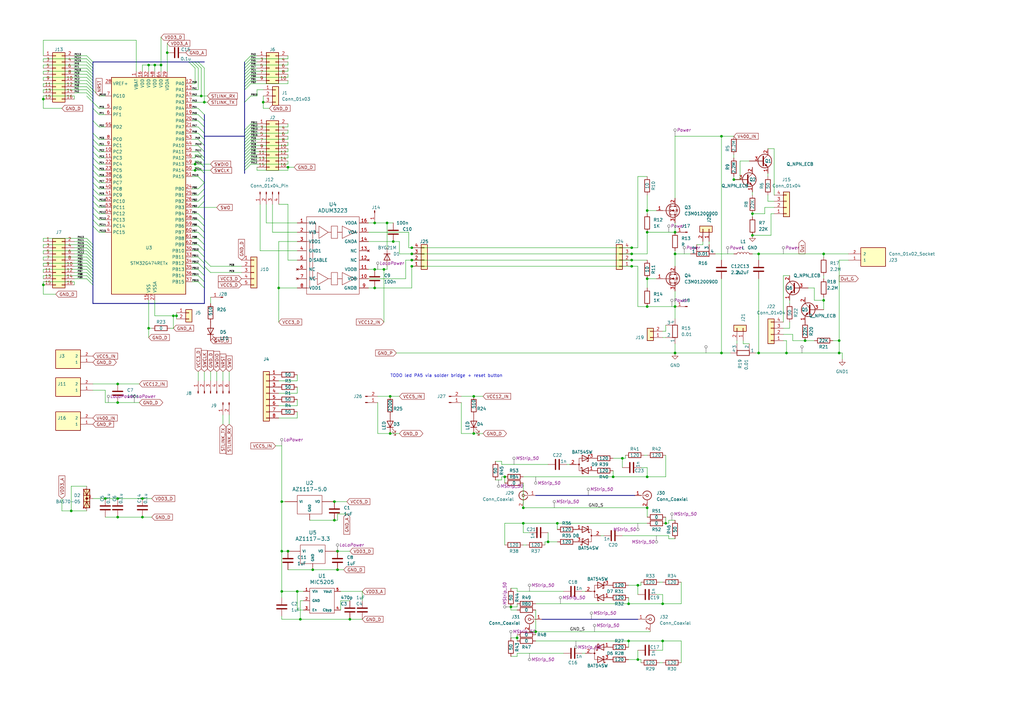
<source format=kicad_sch>
(kicad_sch (version 20230121) (generator eeschema)
  (paper "A3")
  (junction (at 265.43 125.73))
  (junction (at 265.43 208.28))
  (junction (at 115.57 226.06))
  (junction (at 63.5 26.67))
  (junction (at 115.57 205.74))
  (junction (at 48.26 204.47))
  (junction (at 168.91 101.6))
  (junction (at 257.81 262.89))
  (junction (at 168.91 106.68))
  (junction (at 271.78 247.65))
  (junction (at 80.01 67.31))
  (junction (at 137.16 205.74))
  (junction (at 276.86 104.14))
  (junction (at 257.81 247.65))
  (junction (at 60.96 26.67))
  (junction (at 259.08 106.68))
  (junction (at 276.86 144.78))
  (junction (at 43.18 204.47))
  (junction (at 123.19 254))
  (junction (at 121.92 242.57))
  (junction (at 265.43 114.3))
  (junction (at 308.61 96.52))
  (junction (at 308.61 87.63))
  (junction (at 265.43 95.25))
  (junction (at 160.02 177.8))
  (junction (at 261.62 270.51))
  (junction (at 160.02 162.56))
  (junction (at 153.67 91.44))
  (junction (at 300.99 73.66))
  (junction (at 83.82 41.91))
  (junction (at 72.39 129.54))
  (junction (at 48.26 212.09))
  (junction (at 214.63 214.63))
  (junction (at 255.27 187.96))
  (junction (at 330.2 139.7))
  (junction (at 153.67 118.11))
  (junction (at 265.43 195.58))
  (junction (at 207.01 195.58))
  (junction (at 48.26 157.48))
  (junction (at 344.17 139.7))
  (junction (at 259.08 109.22))
  (junction (at 219.71 259.08))
  (junction (at 214.63 208.28))
  (junction (at 168.91 104.14))
  (junction (at 194.31 162.56))
  (junction (at 157.48 110.49))
  (junction (at 58.42 212.09))
  (junction (at 337.82 104.14))
  (junction (at 251.46 195.58))
  (junction (at 271.78 262.89))
  (junction (at 66.04 26.67))
  (junction (at 118.11 68.58))
  (junction (at 311.15 104.14))
  (junction (at 276.86 95.25))
  (junction (at 60.96 134.62))
  (junction (at 344.17 144.78))
  (junction (at 259.08 101.6))
  (junction (at 29.21 209.55))
  (junction (at 115.57 242.57))
  (junction (at 138.43 233.68))
  (junction (at 48.26 165.1))
  (junction (at 71.12 129.54))
  (junction (at 276.86 125.73))
  (junction (at 68.58 21.59))
  (junction (at 265.43 86.36))
  (junction (at 143.51 254))
  (junction (at 118.11 226.06))
  (junction (at 128.27 233.68))
  (junction (at 168.91 109.22))
  (junction (at 311.15 144.78))
  (junction (at 209.55 248.92))
  (junction (at 273.05 214.63))
  (junction (at 17.78 40.64))
  (junction (at 194.31 177.8))
  (junction (at 153.67 110.49))
  (junction (at 337.82 123.19))
  (junction (at 261.62 240.03))
  (junction (at 114.3 118.11))
  (junction (at 224.79 222.25))
  (junction (at 259.08 104.14))
  (junction (at 212.09 261.62))
  (junction (at 295.91 144.78))
  (junction (at 80.01 69.85))
  (junction (at 137.16 213.36))
  (junction (at 138.43 226.06))
  (junction (at 82.55 39.37))
  (junction (at 295.91 55.88))
  (junction (at 161.29 99.06))
  (junction (at 58.42 204.47))
  (junction (at 107.95 41.91))
  (junction (at 228.6 214.63))
  (junction (at 322.58 144.78))
  (junction (at 158.75 91.44))
  (junction (at 17.78 116.84))
  (bus_entry (at 81.28 66.04) (size 2.54 2.54))
  (bus_entry (at 100.33 29.21) (size 2.54 -2.54))
  (bus_entry (at 38.1 92.71) (size 2.54 2.54))
  (bus_entry (at 38.1 72.39) (size 2.54 2.54))
  (bus_entry (at 35.56 110.49) (size 2.54 2.54))
  (bus_entry (at 100.33 54.61) (size 2.54 -2.54))
  (bus_entry (at 81.28 107.95) (size 2.54 2.54))
  (bus_entry (at 35.56 36.83) (size 2.54 2.54))
  (bus_entry (at 83.82 106.68) (size 2.54 2.54))
  (bus_entry (at 100.33 53.34) (size 2.54 -2.54))
  (bus_entry (at 81.28 44.45) (size 2.54 2.54))
  (bus_entry (at 81.28 105.41) (size 2.54 2.54))
  (bus_entry (at 81.28 87.63) (size 2.54 2.54))
  (bus_entry (at 35.56 26.67) (size 2.54 2.54))
  (bus_entry (at 35.56 34.29) (size 2.54 2.54))
  (bus_entry (at 38.1 85.09) (size 2.54 2.54))
  (bus_entry (at 81.28 80.01) (size 2.54 -2.54))
  (bus_entry (at 100.33 63.5) (size 2.54 -2.54))
  (bus_entry (at 38.1 82.55) (size 2.54 2.54))
  (bus_entry (at 81.28 113.03) (size 2.54 2.54))
  (bus_entry (at 100.33 60.96) (size 2.54 -2.54))
  (bus_entry (at 81.28 57.15) (size 2.54 2.54))
  (bus_entry (at 81.28 110.49) (size 2.54 2.54))
  (bus_entry (at 83.82 109.22) (size 2.54 2.54))
  (bus_entry (at 100.33 35.56) (size 2.54 -2.54))
  (bus_entry (at 81.28 46.99) (size 2.54 2.54))
  (bus_entry (at 78.74 25.4) (size 2.54 2.54))
  (bus_entry (at 100.33 67.31) (size 2.54 -2.54))
  (bus_entry (at 35.56 102.87) (size 2.54 2.54))
  (bus_entry (at 100.33 36.83) (size 2.54 -2.54))
  (bus_entry (at 100.33 33.02) (size 2.54 -2.54))
  (bus_entry (at 38.1 67.31) (size 2.54 2.54))
  (bus_entry (at 38.1 87.63) (size 2.54 2.54))
  (bus_entry (at 38.1 77.47) (size 2.54 2.54))
  (bus_entry (at 35.56 38.1) (size 2.54 2.54))
  (bus_entry (at 81.28 63.5) (size 2.54 2.54))
  (bus_entry (at 38.1 54.61) (size 2.54 2.54))
  (bus_entry (at 38.1 59.69) (size 2.54 2.54))
  (bus_entry (at 38.1 25.4) (size -2.54 -2.54))
  (bus_entry (at 35.56 107.95) (size 2.54 2.54))
  (bus_entry (at 35.56 97.79) (size 2.54 2.54))
  (bus_entry (at 35.56 113.03) (size 2.54 2.54))
  (bus_entry (at 100.33 58.42) (size 2.54 -2.54))
  (bus_entry (at 35.56 25.4) (size 2.54 2.54))
  (bus_entry (at 81.28 54.61) (size 2.54 2.54))
  (bus_entry (at 35.56 39.37) (size 2.54 2.54))
  (bus_entry (at 100.33 68.58) (size 2.54 -2.54))
  (bus_entry (at 100.33 27.94) (size 2.54 -2.54))
  (bus_entry (at 80.01 25.4) (size 2.54 2.54))
  (bus_entry (at 81.28 72.39) (size 2.54 2.54))
  (bus_entry (at 38.1 90.17) (size 2.54 2.54))
  (bus_entry (at 35.56 33.02) (size 2.54 2.54))
  (bus_entry (at 100.33 34.29) (size 2.54 -2.54))
  (bus_entry (at 81.28 102.87) (size 2.54 2.54))
  (bus_entry (at 38.1 41.91) (size 2.54 2.54))
  (bus_entry (at 35.56 100.33) (size 2.54 2.54))
  (bus_entry (at 100.33 41.91) (size 2.54 -2.54))
  (bus_entry (at 38.1 57.15) (size 2.54 2.54))
  (bus_entry (at 35.56 99.06) (size 2.54 2.54))
  (bus_entry (at 100.33 62.23) (size 2.54 -2.54))
  (bus_entry (at 39.37 38.1) (size -2.54 -2.54))
  (bus_entry (at 35.56 105.41) (size 2.54 2.54))
  (bus_entry (at 81.28 92.71) (size 2.54 2.54))
  (bus_entry (at 38.1 49.53) (size 2.54 2.54))
  (bus_entry (at 81.28 85.09) (size 2.54 -2.54))
  (bus_entry (at 100.33 26.67) (size 2.54 -2.54))
  (bus_entry (at 81.28 62.23) (size 2.54 2.54))
  (bus_entry (at 100.33 55.88) (size 2.54 -2.54))
  (bus_entry (at 35.56 31.75) (size 2.54 2.54))
  (bus_entry (at 81.28 115.57) (size 2.54 2.54))
  (bus_entry (at 100.33 66.04) (size 2.54 -2.54))
  (bus_entry (at 81.28 100.33) (size 2.54 2.54))
  (bus_entry (at 77.47 25.4) (size 2.54 2.54))
  (bus_entry (at 38.1 69.85) (size 2.54 2.54))
  (bus_entry (at 100.33 64.77) (size 2.54 -2.54))
  (bus_entry (at 81.28 90.17) (size 2.54 2.54))
  (bus_entry (at 35.56 30.48) (size 2.54 2.54))
  (bus_entry (at 81.28 25.4) (size 2.54 2.54))
  (bus_entry (at 100.33 59.69) (size 2.54 -2.54))
  (bus_entry (at 35.56 27.94) (size 2.54 2.54))
  (bus_entry (at 38.1 64.77) (size 2.54 2.54))
  (bus_entry (at 81.28 49.53) (size 2.54 2.54))
  (bus_entry (at 35.56 104.14) (size 2.54 2.54))
  (bus_entry (at 100.33 69.85) (size 2.54 -2.54))
  (bus_entry (at 35.56 101.6) (size 2.54 2.54))
  (bus_entry (at 35.56 109.22) (size 2.54 2.54))
  (bus_entry (at 81.28 97.79) (size 2.54 2.54))
  (bus_entry (at 100.33 57.15) (size 2.54 -2.54))
  (bus_entry (at 81.28 52.07) (size 2.54 2.54))
  (bus_entry (at 38.1 74.93) (size 2.54 2.54))
  (bus_entry (at 38.1 44.45) (size 2.54 2.54))
  (bus_entry (at 81.28 95.25) (size 2.54 2.54))
  (bus_entry (at 35.56 114.3) (size 2.54 2.54))
  (bus_entry (at 35.56 24.13) (size 2.54 2.54))
  (bus_entry (at 81.28 82.55) (size 2.54 -2.54))
  (bus_entry (at 38.1 80.01) (size 2.54 2.54))
  (bus_entry (at 35.56 106.68) (size 2.54 2.54))
  (bus_entry (at 100.33 31.75) (size 2.54 -2.54))
  (bus_entry (at 81.28 59.69) (size 2.54 2.54))
  (bus_entry (at 81.28 77.47) (size 2.54 -2.54))
  (bus_entry (at 35.56 35.56) (size 2.54 2.54))
  (bus_entry (at 81.28 68.58) (size 2.54 2.54))
  (bus_entry (at 35.56 111.76) (size 2.54 2.54))
  (bus_entry (at 100.33 25.4) (size 2.54 -2.54))
  (bus_entry (at 35.56 29.21) (size 2.54 2.54))
  (bus_entry (at 38.1 62.23) (size 2.54 2.54))
  (bus_entry (at 100.33 30.48) (size 2.54 -2.54))
  (wire (pts (xy 48.26 204.47) (xy 58.42 204.47)))
  (wire (pts (xy 256.54 186.69) (xy 256.54 187.96)))
  (wire (pts (xy 40.64 92.71) (xy 43.18 92.71)))
  (wire (pts (xy 124.46 246.38) (xy 123.19 246.38)))
  (wire (pts (xy 271.78 266.7) (xy 271.78 262.89)))
  (wire (pts (xy 148.59 242.57) (xy 148.59 246.38)))
  (bus (pts (xy 38.1 72.39) (xy 38.1 74.93)))
  (wire (pts (xy 317.5 60.96) (xy 314.96 60.96)))
  (wire (pts (xy 228.6 222.25) (xy 224.79 222.25)))
  (wire (pts (xy 17.78 31.75) (xy 17.78 33.02)))
  (wire (pts (xy 107.95 41.91) (xy 107.95 44.45)))
  (bus (pts (xy 38.1 74.93) (xy 38.1 77.47)))
  (bus (pts (xy 83.82 106.68) (xy 83.82 107.95)))
  (wire (pts (xy 102.87 60.96) (xy 105.41 60.96)))
  (wire (pts (xy 30.48 106.68) (xy 35.56 106.68)))
  (bus (pts (xy 38.1 80.01) (xy 38.1 82.55)))
  (wire (pts (xy 214.63 218.44) (xy 214.63 214.63)))
  (wire (pts (xy 43.18 204.47) (xy 48.26 204.47)))
  (wire (pts (xy 78.74 72.39) (xy 81.28 72.39)))
  (bus (pts (xy 100.33 67.31) (xy 100.33 68.58)))
  (wire (pts (xy 38.1 157.48) (xy 48.26 157.48)))
  (wire (pts (xy 265.43 191.77) (xy 265.43 195.58)))
  (wire (pts (xy 317.5 82.55) (xy 314.96 82.55)))
  (wire (pts (xy 102.87 50.8) (xy 105.41 50.8)))
  (wire (pts (xy 66.04 15.24) (xy 66.04 26.67)))
  (bus (pts (xy 38.1 25.4) (xy 38.1 26.67)))
  (wire (pts (xy 205.74 190.5) (xy 205.74 189.23)))
  (bus (pts (xy 83.82 55.88) (xy 100.33 55.88)))
  (wire (pts (xy 321.31 132.08) (xy 321.31 113.03)))
  (wire (pts (xy 308.61 87.63) (xy 313.69 87.63)))
  (wire (pts (xy 261.62 240.03) (xy 262.89 240.03)))
  (wire (pts (xy 321.31 113.03) (xy 323.85 113.03)))
  (wire (pts (xy 168.91 104.14) (xy 259.08 104.14)))
  (bus (pts (xy 83.82 105.41) (xy 83.82 106.68)))
  (wire (pts (xy 48.26 157.48) (xy 57.15 157.48)))
  (wire (pts (xy 273.05 212.09) (xy 273.05 214.63)))
  (wire (pts (xy 58.42 204.47) (xy 62.23 204.47)))
  (wire (pts (xy 189.23 162.56) (xy 194.31 162.56)))
  (wire (pts (xy 316.23 87.63) (xy 316.23 96.52)))
  (wire (pts (xy 38.1 204.47) (xy 43.18 204.47)))
  (wire (pts (xy 257.81 240.03) (xy 261.62 240.03)))
  (bus (pts (xy 38.1 57.15) (xy 38.1 59.69)))
  (wire (pts (xy 265.43 214.63) (xy 228.6 214.63)))
  (bus (pts (xy 38.1 59.69) (xy 38.1 62.23)))
  (wire (pts (xy 35.56 31.75) (xy 17.78 31.75)))
  (wire (pts (xy 35.56 113.03) (xy 17.78 113.03)))
  (wire (pts (xy 102.87 62.23) (xy 118.11 62.23)))
  (wire (pts (xy 158.75 91.44) (xy 158.75 101.6)))
  (wire (pts (xy 168.91 101.6) (xy 167.64 101.6)))
  (wire (pts (xy 17.78 97.79) (xy 17.78 99.06)))
  (bus (pts (xy 100.33 36.83) (xy 100.33 41.91)))
  (wire (pts (xy 224.79 222.25) (xy 224.79 218.44)))
  (wire (pts (xy 102.87 30.48) (xy 105.41 30.48)))
  (wire (pts (xy 17.78 30.48) (xy 17.78 29.21)))
  (wire (pts (xy 270.51 271.78) (xy 271.78 271.78)))
  (wire (pts (xy 337.82 113.03) (xy 337.82 114.3)))
  (wire (pts (xy 118.11 68.58) (xy 120.65 68.58)))
  (wire (pts (xy 212.09 242.57) (xy 212.09 241.3)))
  (wire (pts (xy 290.83 99.06) (xy 290.83 100.33)))
  (wire (pts (xy 303.53 66.04) (xy 303.53 73.66)))
  (wire (pts (xy 118.11 68.58) (xy 118.11 69.85)))
  (wire (pts (xy 80.01 69.85) (xy 80.01 68.58)))
  (bus (pts (xy 38.1 102.87) (xy 38.1 104.14)))
  (wire (pts (xy 138.43 226.06) (xy 143.51 226.06)))
  (wire (pts (xy 88.9 152.4) (xy 88.9 156.21)))
  (wire (pts (xy 270.51 238.76) (xy 271.78 238.76)))
  (wire (pts (xy 261.62 109.22) (xy 259.08 109.22)))
  (wire (pts (xy 118.11 63.5) (xy 118.11 64.77)))
  (wire (pts (xy 105.41 69.85) (xy 105.41 68.58)))
  (wire (pts (xy 302.26 139.7) (xy 302.26 140.97)))
  (wire (pts (xy 311.15 104.14) (xy 311.15 106.68)))
  (bus (pts (xy 38.1 27.94) (xy 38.1 29.21)))
  (bus (pts (xy 38.1 77.47) (xy 38.1 80.01)))
  (wire (pts (xy 40.64 80.01) (xy 43.18 80.01)))
  (wire (pts (xy 78.74 57.15) (xy 81.28 57.15)))
  (wire (pts (xy 66.04 26.67) (xy 66.04 29.21)))
  (wire (pts (xy 102.87 25.4) (xy 105.41 25.4)))
  (wire (pts (xy 118.11 30.48) (xy 118.11 31.75)))
  (wire (pts (xy 251.46 193.04) (xy 251.46 195.58)))
  (bus (pts (xy 81.28 25.4) (xy 83.82 25.4)))
  (wire (pts (xy 153.67 110.49) (xy 151.13 110.49)))
  (wire (pts (xy 219.71 259.08) (xy 266.7 259.08)))
  (bus (pts (xy 38.1 64.77) (xy 38.1 67.31)))
  (wire (pts (xy 325.12 139.7) (xy 325.12 137.16)))
  (wire (pts (xy 121.92 106.68) (xy 118.11 106.68)))
  (wire (pts (xy 17.78 44.45) (xy 25.4 44.45)))
  (bus (pts (xy 100.33 60.96) (xy 100.33 62.23)))
  (wire (pts (xy 106.68 83.82) (xy 106.68 102.87)))
  (bus (pts (xy 38.1 29.21) (xy 38.1 30.48)))
  (wire (pts (xy 78.74 77.47) (xy 81.28 77.47)))
  (wire (pts (xy 231.14 242.57) (xy 212.09 242.57)))
  (wire (pts (xy 93.98 170.18) (xy 93.98 173.99)))
  (bus (pts (xy 83.82 115.57) (xy 83.82 118.11)))
  (wire (pts (xy 219.71 247.65) (xy 257.81 247.65)))
  (wire (pts (xy 30.48 39.37) (xy 17.78 39.37)))
  (wire (pts (xy 102.87 59.69) (xy 118.11 59.69)))
  (wire (pts (xy 194.31 162.56) (xy 198.12 162.56)))
  (wire (pts (xy 78.74 107.95) (xy 81.28 107.95)))
  (wire (pts (xy 81.28 27.94) (xy 81.28 36.83)))
  (wire (pts (xy 308.61 88.9) (xy 308.61 87.63)))
  (wire (pts (xy 121.92 168.91) (xy 121.92 171.45)))
  (wire (pts (xy 314.96 80.01) (xy 314.96 82.55)))
  (wire (pts (xy 261.62 72.39) (xy 261.62 101.6)))
  (wire (pts (xy 78.74 41.91) (xy 83.82 41.91)))
  (wire (pts (xy 265.43 208.28) (xy 265.43 212.09)))
  (wire (pts (xy 78.74 80.01) (xy 81.28 80.01)))
  (wire (pts (xy 265.43 95.25) (xy 276.86 95.25)))
  (wire (pts (xy 78.74 49.53) (xy 81.28 49.53)))
  (wire (pts (xy 17.78 39.37) (xy 17.78 40.64)))
  (wire (pts (xy 161.29 99.06) (xy 163.83 99.06)))
  (wire (pts (xy 271.78 243.84) (xy 271.78 247.65)))
  (wire (pts (xy 205.74 195.58) (xy 205.74 196.85)))
  (wire (pts (xy 142.24 210.82) (xy 138.43 210.82)))
  (wire (pts (xy 17.78 105.41) (xy 17.78 106.68)))
  (wire (pts (xy 158.75 109.22) (xy 158.75 110.49)))
  (wire (pts (xy 17.78 24.13) (xy 17.78 25.4)))
  (wire (pts (xy 91.44 170.18) (xy 91.44 173.99)))
  (wire (pts (xy 168.91 101.6) (xy 259.08 101.6)))
  (wire (pts (xy 316.23 96.52) (xy 308.61 96.52)))
  (wire (pts (xy 63.5 123.19) (xy 63.5 129.54)))
  (wire (pts (xy 168.91 109.22) (xy 168.91 118.11)))
  (wire (pts (xy 40.64 39.37) (xy 43.18 39.37)))
  (wire (pts (xy 167.64 101.6) (xy 167.64 95.25)))
  (wire (pts (xy 78.74 85.09) (xy 81.28 85.09)))
  (wire (pts (xy 276.86 104.14) (xy 276.86 109.22)))
  (wire (pts (xy 214.63 198.12) (xy 214.63 208.28)))
  (wire (pts (xy 262.89 271.78) (xy 262.89 270.51)))
  (bus (pts (xy 38.1 31.75) (xy 38.1 33.02)))
  (wire (pts (xy 30.48 101.6) (xy 35.56 101.6)))
  (wire (pts (xy 189.23 177.8) (xy 194.31 177.8)))
  (wire (pts (xy 118.11 34.29) (xy 118.11 33.02)))
  (bus (pts (xy 219.71 203.2) (xy 260.35 203.2)))
  (wire (pts (xy 154.94 162.56) (xy 160.02 162.56)))
  (wire (pts (xy 276.86 104.14) (xy 283.21 104.14)))
  (wire (pts (xy 72.39 129.54) (xy 72.39 128.27)))
  (wire (pts (xy 78.74 95.25) (xy 81.28 95.25)))
  (wire (pts (xy 35.56 199.39) (xy 29.21 199.39)))
  (bus (pts (xy 83.82 90.17) (xy 83.82 92.71)))
  (wire (pts (xy 341.63 139.7) (xy 344.17 139.7)))
  (wire (pts (xy 102.87 57.15) (xy 118.11 57.15)))
  (wire (pts (xy 313.69 87.63) (xy 313.69 85.09)))
  (wire (pts (xy 78.74 46.99) (xy 81.28 46.99)))
  (wire (pts (xy 48.26 212.09) (xy 58.42 212.09)))
  (bus (pts (xy 38.1 82.55) (xy 38.1 85.09)))
  (wire (pts (xy 115.57 226.06) (xy 115.57 242.57)))
  (bus (pts (xy 38.1 38.1) (xy 38.1 39.37)))
  (wire (pts (xy 261.62 72.39) (xy 265.43 72.39)))
  (wire (pts (xy 17.78 116.84) (xy 17.78 120.65)))
  (wire (pts (xy 311.15 144.78) (xy 322.58 144.78)))
  (wire (pts (xy 311.15 144.78) (xy 311.15 114.3)))
  (wire (pts (xy 30.48 27.94) (xy 35.56 27.94)))
  (wire (pts (xy 157.48 110.49) (xy 158.75 110.49)))
  (wire (pts (xy 29.21 209.55) (xy 25.4 209.55)))
  (bus (pts (xy 100.33 35.56) (xy 100.33 36.83)))
  (wire (pts (xy 257.81 245.11) (xy 257.81 247.65)))
  (bus (pts (xy 38.1 39.37) (xy 38.1 40.64)))
  (wire (pts (xy 121.92 99.06) (xy 114.3 99.06)))
  (bus (pts (xy 83.82 66.04) (xy 83.82 68.58)))
  (bus (pts (xy 83.82 74.93) (xy 83.82 77.47)))
  (wire (pts (xy 168.91 106.68) (xy 259.08 106.68)))
  (wire (pts (xy 81.28 152.4) (xy 81.28 156.21)))
  (wire (pts (xy 276.86 91.44) (xy 276.86 95.25)))
  (wire (pts (xy 78.74 62.23) (xy 81.28 62.23)))
  (wire (pts (xy 261.62 109.22) (xy 261.62 125.73)))
  (wire (pts (xy 102.87 22.86) (xy 105.41 22.86)))
  (wire (pts (xy 102.87 64.77) (xy 118.11 64.77)))
  (wire (pts (xy 194.31 177.8) (xy 198.12 177.8)))
  (wire (pts (xy 17.78 100.33) (xy 17.78 101.6)))
  (bus (pts (xy 83.82 92.71) (xy 83.82 95.25)))
  (wire (pts (xy 288.29 99.06) (xy 288.29 100.33)))
  (wire (pts (xy 139.7 246.38) (xy 139.7 250.19)))
  (wire (pts (xy 102.87 39.37) (xy 105.41 39.37)))
  (wire (pts (xy 40.64 62.23) (xy 43.18 62.23)))
  (wire (pts (xy 330.2 139.7) (xy 325.12 139.7)))
  (wire (pts (xy 215.9 223.52) (xy 214.63 223.52)))
  (wire (pts (xy 80.01 27.94) (xy 80.01 34.29)))
  (wire (pts (xy 334.01 123.19) (xy 337.82 123.19)))
  (wire (pts (xy 17.78 34.29) (xy 17.78 35.56)))
  (wire (pts (xy 285.75 100.33) (xy 288.29 100.33)))
  (bus (pts (xy 83.82 54.61) (xy 83.82 57.15)))
  (wire (pts (xy 217.17 218.44) (xy 214.63 218.44)))
  (wire (pts (xy 86.36 109.22) (xy 99.06 109.22)))
  (wire (pts (xy 118.11 69.85) (xy 105.41 69.85)))
  (wire (pts (xy 209.55 248.92) (xy 212.09 248.92)))
  (wire (pts (xy 78.74 102.87) (xy 81.28 102.87)))
  (wire (pts (xy 154.94 177.8) (xy 160.02 177.8)))
  (wire (pts (xy 30.48 33.02) (xy 35.56 33.02)))
  (wire (pts (xy 83.82 152.4) (xy 83.82 156.21)))
  (wire (pts (xy 43.18 165.1) (xy 43.18 160.02)))
  (wire (pts (xy 115.57 205.74) (xy 115.57 226.06)))
  (bus (pts (xy 83.82 62.23) (xy 83.82 59.69)))
  (wire (pts (xy 35.56 24.13) (xy 17.78 24.13)))
  (wire (pts (xy 323.85 132.08) (xy 323.85 134.62)))
  (wire (pts (xy 30.48 25.4) (xy 35.56 25.4)))
  (bus (pts (xy 83.82 77.47) (xy 83.82 80.01)))
  (wire (pts (xy 311.15 104.14) (xy 337.82 104.14)))
  (wire (pts (xy 43.18 212.09) (xy 48.26 212.09)))
  (wire (pts (xy 102.87 34.29) (xy 118.11 34.29)))
  (wire (pts (xy 115.57 242.57) (xy 121.92 242.57)))
  (wire (pts (xy 17.78 100.33) (xy 35.56 100.33)))
  (wire (pts (xy 153.67 118.11) (xy 151.13 118.11)))
  (wire (pts (xy 308.61 78.74) (xy 308.61 80.01)))
  (bus (pts (xy 38.1 105.41) (xy 38.1 106.68)))
  (wire (pts (xy 274.32 213.36) (xy 276.86 213.36)))
  (wire (pts (xy 121.92 91.44) (xy 109.22 91.44)))
  (wire (pts (xy 78.74 110.49) (xy 81.28 110.49)))
  (bus (pts (xy 83.82 46.99) (xy 83.82 49.53)))
  (wire (pts (xy 82.55 39.37) (xy 85.09 39.37)))
  (wire (pts (xy 17.78 110.49) (xy 17.78 111.76)))
  (wire (pts (xy 274.32 219.71) (xy 274.32 220.98)))
  (wire (pts (xy 68.58 21.59) (xy 68.58 29.21)))
  (wire (pts (xy 265.43 87.63) (xy 265.43 86.36)))
  (wire (pts (xy 255.27 219.71) (xy 274.32 219.71)))
  (bus (pts (xy 38.1 34.29) (xy 38.1 35.56)))
  (wire (pts (xy 157.48 110.49) (xy 153.67 110.49)))
  (bus (pts (xy 38.1 26.67) (xy 38.1 27.94)))
  (bus (pts (xy 38.1 104.14) (xy 38.1 105.41)))
  (wire (pts (xy 17.78 102.87) (xy 17.78 104.14)))
  (wire (pts (xy 17.78 36.83) (xy 17.78 38.1)))
  (bus (pts (xy 83.82 109.22) (xy 83.82 110.49)))
  (wire (pts (xy 115.57 205.74) (xy 116.84 205.74)))
  (wire (pts (xy 43.18 160.02) (xy 38.1 160.02)))
  (wire (pts (xy 40.64 57.15) (xy 43.18 57.15)))
  (wire (pts (xy 78.74 34.29) (xy 80.01 34.29)))
  (wire (pts (xy 29.21 209.55) (xy 35.56 209.55)))
  (wire (pts (xy 322.58 139.7) (xy 322.58 144.78)))
  (wire (pts (xy 17.78 113.03) (xy 17.78 114.3)))
  (wire (pts (xy 78.74 90.17) (xy 81.28 90.17)))
  (bus (pts (xy 100.33 69.85) (xy 100.33 71.12)))
  (wire (pts (xy 251.46 187.96) (xy 255.27 187.96)))
  (bus (pts (xy 83.82 66.04) (xy 83.82 64.77)))
  (bus (pts (xy 100.33 31.75) (xy 100.33 33.02)))
  (wire (pts (xy 303.53 73.66) (xy 300.99 73.66)))
  (wire (pts (xy 276.86 125.73) (xy 276.86 130.81)))
  (wire (pts (xy 255.27 187.96) (xy 256.54 187.96)))
  (wire (pts (xy 35.56 97.79) (xy 17.78 97.79)))
  (bus (pts (xy 38.1 106.68) (xy 38.1 107.95)))
  (wire (pts (xy 123.19 246.38) (xy 123.19 254)))
  (wire (pts (xy 231.14 267.97) (xy 212.09 267.97)))
  (wire (pts (xy 261.62 125.73) (xy 265.43 125.73)))
  (wire (pts (xy 168.91 109.22) (xy 259.08 109.22)))
  (bus (pts (xy 38.1 107.95) (xy 38.1 109.22)))
  (bus (pts (xy 100.33 64.77) (xy 100.33 66.04)))
  (wire (pts (xy 269.24 266.7) (xy 271.78 266.7)))
  (bus (pts (xy 100.33 27.94) (xy 100.33 29.21)))
  (bus (pts (xy 83.82 100.33) (xy 83.82 102.87)))
  (wire (pts (xy 60.96 123.19) (xy 60.96 134.62)))
  (bus (pts (xy 83.82 97.79) (xy 83.82 100.33)))
  (wire (pts (xy 78.74 100.33) (xy 81.28 100.33)))
  (wire (pts (xy 224.79 190.5) (xy 205.74 190.5)))
  (wire (pts (xy 331.47 118.11) (xy 334.01 118.11)))
  (bus (pts (xy 77.47 25.4) (xy 78.74 25.4)))
  (bus (pts (xy 38.1 92.71) (xy 38.1 100.33)))
  (wire (pts (xy 102.87 27.94) (xy 105.41 27.94)))
  (wire (pts (xy 276.86 102.87) (xy 276.86 104.14)))
  (bus (pts (xy 100.33 63.5) (xy 100.33 64.77)))
  (bus (pts (xy 38.1 67.31) (xy 38.1 69.85)))
  (wire (pts (xy 121.92 166.37) (xy 114.3 166.37)))
  (bus (pts (xy 38.1 44.45) (xy 38.1 49.53)))
  (wire (pts (xy 257.81 265.43) (xy 257.81 262.89)))
  (wire (pts (xy 25.4 204.47) (xy 25.4 209.55)))
  (wire (pts (xy 107.95 39.37) (xy 107.95 41.91)))
  (wire (pts (xy 166.37 106.68) (xy 166.37 114.3)))
  (wire (pts (xy 35.56 99.06) (xy 30.48 99.06)))
  (wire (pts (xy 113.03 182.88) (xy 115.57 182.88)))
  (wire (pts (xy 337.82 104.14) (xy 347.98 104.14)))
  (wire (pts (xy 219.71 250.19) (xy 219.71 259.08)))
  (wire (pts (xy 40.64 82.55) (xy 43.18 82.55)))
  (wire (pts (xy 321.31 134.62) (xy 323.85 134.62)))
  (wire (pts (xy 86.36 152.4) (xy 86.36 156.21)))
  (bus (pts (xy 83.82 49.53) (xy 83.82 52.07)))
  (bus (pts (xy 38.1 87.63) (xy 38.1 90.17)))
  (bus (pts (xy 38.1 35.56) (xy 38.1 36.83)))
  (wire (pts (xy 212.09 262.89) (xy 212.09 261.62)))
  (wire (pts (xy 35.56 107.95) (xy 17.78 107.95)))
  (wire (pts (xy 138.43 210.82) (xy 138.43 213.36)))
  (wire (pts (xy 139.7 242.57) (xy 148.59 242.57)))
  (wire (pts (xy 265.43 125.73) (xy 276.86 125.73)))
  (wire (pts (xy 271.78 138.43) (xy 273.05 138.43)))
  (wire (pts (xy 80.01 68.58) (xy 81.28 68.58)))
  (wire (pts (xy 307.34 140.97) (xy 304.8 140.97)))
  (bus (pts (xy 100.33 29.21) (xy 100.33 30.48)))
  (wire (pts (xy 111.76 95.25) (xy 121.92 95.25)))
  (wire (pts (xy 40.64 77.47) (xy 43.18 77.47)))
  (bus (pts (xy 100.33 33.02) (xy 100.33 34.29)))
  (wire (pts (xy 262.89 191.77) (xy 265.43 191.77)))
  (bus (pts (xy 38.1 85.09) (xy 38.1 87.63)))
  (bus (pts (xy 38.1 101.6) (xy 38.1 102.87)))
  (bus (pts (xy 38.1 109.22) (xy 38.1 110.49)))
  (wire (pts (xy 102.87 67.31) (xy 118.11 67.31)))
  (wire (pts (xy 123.19 254) (xy 115.57 254)))
  (wire (pts (xy 48.26 165.1) (xy 57.15 165.1)))
  (wire (pts (xy 321.31 137.16) (xy 325.12 137.16)))
  (wire (pts (xy 238.76 267.97) (xy 240.03 267.97)))
  (wire (pts (xy 78.74 92.71) (xy 81.28 92.71)))
  (wire (pts (xy 55.88 29.21) (xy 55.88 16.51)))
  (wire (pts (xy 30.48 40.64) (xy 30.48 39.37)))
  (wire (pts (xy 35.56 36.83) (xy 17.78 36.83)))
  (bus (pts (xy 83.82 110.49) (xy 83.82 113.03)))
  (wire (pts (xy 78.74 44.45) (xy 81.28 44.45)))
  (wire (pts (xy 238.76 242.57) (xy 240.03 242.57)))
  (wire (pts (xy 121.92 158.75) (xy 121.92 161.29)))
  (wire (pts (xy 121.92 250.19) (xy 121.92 242.57)))
  (wire (pts (xy 17.78 29.21) (xy 35.56 29.21)))
  (wire (pts (xy 261.62 270.51) (xy 262.89 270.51)))
  (wire (pts (xy 265.43 80.01) (xy 265.43 86.36)))
  (wire (pts (xy 189.23 165.1) (xy 189.23 177.8)))
  (wire (pts (xy 337.82 104.14) (xy 337.82 105.41)))
  (wire (pts (xy 322.58 144.78) (xy 344.17 144.78)))
  (wire (pts (xy 271.78 247.65) (xy 279.4 247.65)))
  (wire (pts (xy 114.3 118.11) (xy 114.3 132.08)))
  (wire (pts (xy 118.11 53.34) (xy 118.11 54.61)))
  (wire (pts (xy 247.65 219.71) (xy 246.38 219.71)))
  (wire (pts (xy 78.74 97.79) (xy 81.28 97.79)))
  (wire (pts (xy 163.83 99.06) (xy 163.83 104.14)))
  (bus (pts (xy 38.1 69.85) (xy 38.1 72.39)))
  (wire (pts (xy 60.96 134.62) (xy 60.96 138.43)))
  (wire (pts (xy 157.48 132.08) (xy 157.48 110.49)))
  (wire (pts (xy 102.87 55.88) (xy 105.41 55.88)))
  (wire (pts (xy 118.11 27.94) (xy 118.11 29.21)))
  (wire (pts (xy 71.12 129.54) (xy 72.39 129.54)))
  (wire (pts (xy 293.37 104.14) (xy 300.99 104.14)))
  (wire (pts (xy 40.64 64.77) (xy 43.18 64.77)))
  (wire (pts (xy 58.42 212.09) (xy 62.23 212.09)))
  (wire (pts (xy 257.81 270.51) (xy 261.62 270.51)))
  (wire (pts (xy 80.01 67.31) (xy 80.01 66.04)))
  (wire (pts (xy 274.32 220.98) (xy 276.86 220.98)))
  (wire (pts (xy 106.68 102.87) (xy 121.92 102.87)))
  (wire (pts (xy 330.2 139.7) (xy 334.01 139.7)))
  (wire (pts (xy 217.17 259.08) (xy 219.71 259.08)))
  (wire (pts (xy 214.63 195.58) (xy 251.46 195.58)))
  (wire (pts (xy 35.56 102.87) (xy 17.78 102.87)))
  (wire (pts (xy 212.09 241.3) (xy 209.55 241.3)))
  (bus (pts (xy 38.1 25.4) (xy 77.47 25.4)))
  (wire (pts (xy 207.01 214.63) (xy 207.01 223.52)))
  (bus (pts (xy 100.33 34.29) (xy 100.33 35.56)))
  (wire (pts (xy 107.95 44.45) (xy 110.49 44.45)))
  (wire (pts (xy 127 213.36) (xy 137.16 213.36)))
  (wire (pts (xy 265.43 114.3) (xy 265.43 118.11)))
  (wire (pts (xy 40.64 69.85) (xy 43.18 69.85)))
  (wire (pts (xy 35.56 34.29) (xy 17.78 34.29)))
  (wire (pts (xy 48.26 165.1) (xy 43.18 165.1)))
  (wire (pts (xy 78.74 59.69) (xy 81.28 59.69)))
  (wire (pts (xy 118.11 50.8) (xy 118.11 52.07)))
  (wire (pts (xy 118.11 55.88) (xy 118.11 57.15)))
  (wire (pts (xy 255.27 187.96) (xy 255.27 191.77)))
  (wire (pts (xy 80.01 63.5) (xy 80.01 64.77)))
  (wire (pts (xy 17.78 40.64) (xy 17.78 44.45)))
  (wire (pts (xy 300.99 55.88) (xy 295.91 55.88)))
  (wire (pts (xy 80.01 69.85) (xy 86.36 69.85)))
  (wire (pts (xy 91.44 152.4) (xy 91.44 156.21)))
  (wire (pts (xy 259.08 106.68) (xy 265.43 106.68)))
  (bus (pts (xy 38.1 54.61) (xy 38.1 57.15)))
  (wire (pts (xy 232.41 190.5) (xy 233.68 190.5)))
  (wire (pts (xy 121.92 153.67) (xy 121.92 156.21)))
  (bus (pts (xy 38.1 100.33) (xy 38.1 101.6)))
  (wire (pts (xy 102.87 63.5) (xy 105.41 63.5)))
  (wire (pts (xy 271.78 135.89) (xy 273.05 135.89)))
  (wire (pts (xy 269.24 243.84) (xy 271.78 243.84)))
  (wire (pts (xy 344.17 106.68) (xy 344.17 139.7)))
  (wire (pts (xy 259.08 104.14) (xy 265.43 104.14)))
  (wire (pts (xy 35.56 105.41) (xy 17.78 105.41)))
  (wire (pts (xy 30.48 22.86) (xy 35.56 22.86)))
  (wire (pts (xy 78.74 69.85) (xy 80.01 69.85)))
  (bus (pts (xy 38.1 30.48) (xy 38.1 31.75)))
  (bus (pts (xy 38.1 111.76) (xy 38.1 113.03)))
  (wire (pts (xy 143.51 254) (xy 148.59 254)))
  (wire (pts (xy 158.75 91.44) (xy 161.29 91.44)))
  (bus (pts (xy 100.33 26.67) (xy 100.33 27.94)))
  (wire (pts (xy 17.78 107.95) (xy 17.78 109.22)))
  (wire (pts (xy 83.82 41.91) (xy 85.09 41.91)))
  (wire (pts (xy 276.86 144.78) (xy 295.91 144.78)))
  (wire (pts (xy 35.56 110.49) (xy 17.78 110.49)))
  (wire (pts (xy 265.43 95.25) (xy 265.43 104.14)))
  (wire (pts (xy 212.09 267.97) (xy 212.09 269.24)))
  (wire (pts (xy 121.92 242.57) (xy 124.46 242.57)))
  (wire (pts (xy 81.28 63.5) (xy 80.01 63.5)))
  (wire (pts (xy 121.92 161.29) (xy 114.3 161.29)))
  (wire (pts (xy 307.34 66.04) (xy 303.53 66.04)))
  (bus (pts (xy 78.74 25.4) (xy 80.01 25.4)))
  (wire (pts (xy 121.92 171.45) (xy 114.3 171.45)))
  (bus (pts (xy 38.1 40.64) (xy 38.1 41.91)))
  (bus (pts (xy 38.1 36.83) (xy 38.1 38.1)))
  (wire (pts (xy 160.02 162.56) (xy 163.83 162.56)))
  (wire (pts (xy 115.57 182.88) (xy 115.57 205.74)))
  (wire (pts (xy 105.41 36.83) (xy 107.95 36.83)))
  (wire (pts (xy 102.87 58.42) (xy 105.41 58.42)))
  (bus (pts (xy 83.82 107.95) (xy 83.82 109.22)))
  (wire (pts (xy 251.46 195.58) (xy 265.43 195.58)))
  (wire (pts (xy 40.64 95.25) (xy 43.18 95.25)))
  (wire (pts (xy 102.87 54.61) (xy 118.11 54.61)))
  (wire (pts (xy 115.57 245.11) (xy 115.57 242.57)))
  (bus (pts (xy 83.82 82.55) (xy 83.82 90.17)))
  (wire (pts (xy 118.11 60.96) (xy 118.11 62.23)))
  (wire (pts (xy 68.58 17.78) (xy 68.58 21.59)))
  (bus (pts (xy 38.1 116.84) (xy 38.1 124.46)))
  (wire (pts (xy 276.86 55.88) (xy 276.86 81.28)))
  (wire (pts (xy 345.44 144.78) (xy 345.44 147.32)))
  (bus (pts (xy 100.33 41.91) (xy 100.33 53.34)))
  (wire (pts (xy 265.43 195.58) (xy 273.05 195.58)))
  (wire (pts (xy 111.76 83.82) (xy 111.76 95.25)))
  (bus (pts (xy 38.1 49.53) (xy 38.1 54.61)))
  (wire (pts (xy 63.5 26.67) (xy 63.5 29.21)))
  (wire (pts (xy 102.87 33.02) (xy 105.41 33.02)))
  (wire (pts (xy 17.78 16.51) (xy 17.78 22.86)))
  (wire (pts (xy 118.11 58.42) (xy 118.11 59.69)))
  (bus (pts (xy 38.1 113.03) (xy 38.1 114.3)))
  (wire (pts (xy 80.01 66.04) (xy 81.28 66.04)))
  (wire (pts (xy 114.3 83.82) (xy 118.11 83.82)))
  (wire (pts (xy 30.48 30.48) (xy 35.56 30.48)))
  (wire (pts (xy 207.01 195.58) (xy 207.01 198.12)))
  (wire (pts (xy 317.5 85.09) (xy 313.69 85.09)))
  (wire (pts (xy 118.11 106.68) (xy 118.11 83.82)))
  (wire (pts (xy 63.5 129.54) (xy 71.12 129.54)))
  (wire (pts (xy 317.5 80.01) (xy 317.5 60.96)))
  (wire (pts (xy 300.99 72.39) (xy 300.99 73.66)))
  (wire (pts (xy 224.79 222.25) (xy 223.52 222.25)))
  (wire (pts (xy 71.12 129.54) (xy 71.12 134.62)))
  (wire (pts (xy 209.55 248.92) (xy 209.55 250.19)))
  (wire (pts (xy 344.17 144.78) (xy 345.44 144.78)))
  (wire (pts (xy 123.19 254) (xy 143.51 254)))
  (wire (pts (xy 30.48 109.22) (xy 35.56 109.22)))
  (wire (pts (xy 82.55 27.94) (xy 82.55 39.37)))
  (wire (pts (xy 30.48 35.56) (xy 35.56 35.56)))
  (bus (pts (xy 38.1 110.49) (xy 38.1 111.76)))
  (bus (pts (xy 100.33 57.15) (xy 100.33 58.42)))
  (wire (pts (xy 17.78 26.67) (xy 17.78 27.94)))
  (bus (pts (xy 38.1 124.46) (xy 83.82 124.46)))
  (bus (pts (xy 83.82 68.58) (xy 83.82 71.12)))
  (bus (pts (xy 83.82 118.11) (xy 83.82 124.46)))
  (wire (pts (xy 93.98 152.4) (xy 93.98 156.21)))
  (wire (pts (xy 102.87 52.07) (xy 118.11 52.07)))
  (wire (pts (xy 35.56 26.67) (xy 17.78 26.67)))
  (bus (pts (xy 100.33 25.4) (xy 100.33 26.67)))
  (wire (pts (xy 276.86 140.97) (xy 276.86 144.78)))
  (wire (pts (xy 86.36 111.76) (xy 99.06 111.76)))
  (wire (pts (xy 153.67 91.44) (xy 158.75 91.44)))
  (bus (pts (xy 100.33 55.88) (xy 100.33 57.15)))
  (wire (pts (xy 168.91 104.14) (xy 163.83 104.14)))
  (wire (pts (xy 205.74 195.58) (xy 207.01 195.58)))
  (bus (pts (xy 38.1 41.91) (xy 38.1 44.45)))
  (wire (pts (xy 78.74 115.57) (xy 81.28 115.57)))
  (wire (pts (xy 58.42 26.67) (xy 58.42 29.21)))
  (wire (pts (xy 30.48 116.84) (xy 30.48 115.57)))
  (wire (pts (xy 78.74 67.31) (xy 80.01 67.31)))
  (wire (pts (xy 151.13 95.25) (xy 167.64 95.25)))
  (bus (pts (xy 80.01 25.4) (xy 81.28 25.4)))
  (wire (pts (xy 273.05 133.35) (xy 273.05 135.89)))
  (wire (pts (xy 114.3 99.06) (xy 114.3 118.11)))
  (bus (pts (xy 222.25 254) (xy 261.62 254)))
  (wire (pts (xy 30.48 104.14) (xy 35.56 104.14)))
  (wire (pts (xy 102.87 29.21) (xy 118.11 29.21)))
  (wire (pts (xy 118.11 233.68) (xy 128.27 233.68)))
  (wire (pts (xy 124.46 250.19) (xy 121.92 250.19)))
  (bus (pts (xy 83.82 64.77) (xy 83.82 62.23)))
  (wire (pts (xy 160.02 177.8) (xy 163.83 177.8)))
  (wire (pts (xy 60.96 26.67) (xy 60.96 29.21)))
  (wire (pts (xy 40.64 52.07) (xy 43.18 52.07)))
  (bus (pts (xy 100.33 54.61) (xy 100.33 55.88)))
  (wire (pts (xy 30.48 111.76) (xy 35.56 111.76)))
  (bus (pts (xy 83.82 113.03) (xy 83.82 115.57)))
  (wire (pts (xy 78.74 82.55) (xy 81.28 82.55)))
  (wire (pts (xy 212.09 250.19) (xy 209.55 250.19)))
  (wire (pts (xy 153.67 118.11) (xy 168.91 118.11)))
  (wire (pts (xy 40.64 59.69) (xy 43.18 59.69)))
  (wire (pts (xy 337.82 121.92) (xy 337.82 123.19)))
  (bus (pts (xy 83.82 80.01) (xy 83.82 82.55)))
  (wire (pts (xy 69.85 134.62) (xy 71.12 134.62)))
  (wire (pts (xy 40.64 85.09) (xy 43.18 85.09)))
  (wire (pts (xy 66.04 26.67) (xy 63.5 26.67)))
  (wire (pts (xy 138.43 233.68) (xy 140.97 233.68)))
  (wire (pts (xy 121.92 118.11) (xy 114.3 118.11)))
  (wire (pts (xy 137.16 205.74) (xy 142.24 205.74)))
  (wire (pts (xy 102.87 66.04) (xy 105.41 66.04)))
  (wire (pts (xy 168.91 106.68) (xy 166.37 106.68)))
  (wire (pts (xy 295.91 114.3) (xy 295.91 144.78)))
  (wire (pts (xy 309.88 144.78) (xy 311.15 144.78)))
  (wire (pts (xy 228.6 214.63) (xy 214.63 214.63)))
  (wire (pts (xy 40.64 67.31) (xy 43.18 67.31)))
  (wire (pts (xy 60.96 26.67) (xy 58.42 26.67)))
  (wire (pts (xy 265.43 86.36) (xy 269.24 86.36)))
  (wire (pts (xy 271.78 262.89) (xy 279.4 262.89)))
  (wire (pts (xy 78.74 113.03) (xy 81.28 113.03)))
  (wire (pts (xy 40.64 44.45) (xy 43.18 44.45)))
  (bus (pts (xy 100.33 66.04) (xy 100.33 67.31)))
  (wire (pts (xy 274.32 214.63) (xy 273.05 214.63)))
  (wire (pts (xy 17.78 115.57) (xy 17.78 116.84)))
  (wire (pts (xy 143.51 246.38) (xy 139.7 246.38)))
  (wire (pts (xy 214.63 214.63) (xy 207.01 214.63)))
  (wire (pts (xy 317.5 87.63) (xy 316.23 87.63)))
  (bus (pts (xy 83.82 59.69) (xy 83.82 57.15)))
  (bus (pts (xy 38.1 62.23) (xy 38.1 64.77)))
  (wire (pts (xy 304.8 139.7) (xy 304.8 140.97)))
  (wire (pts (xy 209.55 269.24) (xy 212.09 269.24)))
  (wire (pts (xy 151.13 99.06) (xy 161.29 99.06)))
  (bus (pts (xy 38.1 33.02) (xy 38.1 34.29)))
  (wire (pts (xy 308.61 104.14) (xy 311.15 104.14)))
  (wire (pts (xy 55.88 16.51) (xy 17.78 16.51)))
  (wire (pts (xy 118.11 22.86) (xy 118.11 24.13)))
  (wire (pts (xy 205.74 196.85) (xy 203.2 196.85)))
  (wire (pts (xy 154.94 165.1) (xy 154.94 177.8)))
  (wire (pts (xy 78.74 64.77) (xy 80.01 64.77)))
  (wire (pts (xy 102.87 53.34) (xy 105.41 53.34)))
  (wire (pts (xy 102.87 26.67) (xy 118.11 26.67)))
  (wire (pts (xy 151.13 91.44) (xy 153.67 91.44)))
  (wire (pts (xy 115.57 226.06) (xy 118.11 226.06)))
  (bus (pts (xy 100.33 62.23) (xy 100.33 63.5)))
  (bus (pts (xy 38.1 90.17) (xy 38.1 92.71)))
  (wire (pts (xy 219.71 262.89) (xy 257.81 262.89)))
  (wire (pts (xy 323.85 123.19) (xy 323.85 124.46)))
  (wire (pts (xy 40.64 87.63) (xy 43.18 87.63)))
  (wire (pts (xy 261.62 101.6) (xy 259.08 101.6)))
  (wire (pts (xy 205.74 189.23) (xy 203.2 189.23)))
  (wire (pts (xy 279.4 262.89) (xy 279.4 271.78)))
  (wire (pts (xy 344.17 106.68) (xy 347.98 106.68)))
  (wire (pts (xy 78.74 87.63) (xy 81.28 87.63)))
  (wire (pts (xy 60.96 134.62) (xy 62.23 134.62)))
  (bus (pts (xy 83.82 102.87) (xy 83.82 105.41)))
  (wire (pts (xy 40.64 46.99) (xy 43.18 46.99)))
  (wire (pts (xy 29.21 199.39) (xy 29.21 209.55)))
  (wire (pts (xy 121.92 163.83) (xy 121.92 166.37)))
  (bus (pts (xy 100.33 58.42) (xy 100.33 59.69)))
  (wire (pts (xy 121.92 156.21) (xy 114.3 156.21)))
  (wire (pts (xy 264.16 186.69) (xy 265.43 186.69)))
  (wire (pts (xy 166.37 114.3) (xy 151.13 114.3)))
  (bus (pts (xy 100.33 59.69) (xy 100.33 60.96)))
  (wire (pts (xy 214.63 208.28) (xy 265.43 208.28)))
  (bus (pts (xy 100.33 68.58) (xy 100.33 69.85)))
  (bus (pts (xy 100.33 30.48) (xy 100.33 31.75)))
  (wire (pts (xy 81.28 85.09) (xy 88.9 85.09)))
  (wire (pts (xy 30.48 38.1) (xy 35.56 38.1)))
  (wire (pts (xy 30.48 114.3) (xy 35.56 114.3)))
  (wire (pts (xy 102.87 24.13) (xy 118.11 24.13)))
  (wire (pts (xy 295.91 144.78) (xy 299.72 144.78)))
  (wire (pts (xy 109.22 83.82) (xy 109.22 91.44)))
  (wire (pts (xy 276.86 55.88) (xy 295.91 55.88)))
  (wire (pts (xy 17.78 120.65) (xy 22.86 120.65)))
  (wire (pts (xy 334.01 118.11) (xy 334.01 123.19)))
  (wire (pts (xy 212.09 260.35) (xy 212.09 261.62)))
  (wire (pts (xy 102.87 31.75) (xy 118.11 31.75)))
  (wire (pts (xy 78.74 36.83) (xy 81.28 36.83)))
  (wire (pts (xy 83.82 27.94) (xy 83.82 41.91)))
  (wire (pts (xy 300.99 63.5) (xy 300.99 64.77)))
  (wire (pts (xy 212.09 261.62) (xy 209.55 261.62)))
  (wire (pts (xy 30.48 115.57) (xy 17.78 115.57)))
  (wire (pts (xy 228.6 217.17) (xy 228.6 214.63)))
  (wire (pts (xy 265.43 114.3) (xy 269.24 114.3)))
  (wire (pts (xy 273.05 195.58) (xy 273.05 186.69)))
  (wire (pts (xy 276.86 119.38) (xy 276.86 125.73)))
  (wire (pts (xy 40.64 72.39) (xy 43.18 72.39)))
  (wire (pts (xy 274.32 214.63) (xy 274.32 213.36)))
  (wire (pts (xy 78.74 105.41) (xy 81.28 105.41)))
  (wire (pts (xy 78.74 39.37) (xy 82.55 39.37)))
  (wire (pts (xy 78.74 54.61) (xy 81.28 54.61)))
  (wire (pts (xy 78.74 52.07) (xy 81.28 52.07)))
  (wire (pts (xy 321.31 139.7) (xy 322.58 139.7)))
  (wire (pts (xy 212.09 247.65) (xy 212.09 248.92)))
  (wire (pts (xy 337.82 123.19) (xy 337.82 127)))
  (wire (pts (xy 118.11 66.04) (xy 118.11 67.31)))
  (bus (pts (xy 83.82 52.07) (xy 83.82 54.61)))
  (wire (pts (xy 262.89 238.76) (xy 262.89 240.03)))
  (bus (pts (xy 38.1 115.57) (xy 38.1 116.84)))
  (wire (pts (xy 279.4 247.65) (xy 279.4 238.76)))
  (wire (pts (xy 344.17 139.7) (xy 344.17 144.78)))
  (wire (pts (xy 86.36 121.92) (xy 86.36 124.46)))
  (wire (pts (xy 257.81 247.65) (xy 271.78 247.65)))
  (wire (pts (xy 128.27 233.68) (xy 138.43 233.68)))
  (wire (pts (xy 40.64 90.17) (xy 43.18 90.17)))
  (wire (pts (xy 63.5 26.67) (xy 60.96 26.67)))
  (wire (pts (xy 118.11 25.4) (xy 118.11 26.67)))
  (wire (pts (xy 137.16 213.36) (xy 138.43 213.36)))
  (wire (pts (xy 80.01 67.31) (xy 86.36 67.31)))
  (wire (pts (xy 261.62 270.51) (xy 261.62 266.7)))
  (wire (pts (xy 72.39 129.54) (xy 72.39 130.81)))
  (wire (pts (xy 40.64 74.93) (xy 43.18 74.93)))
  (bus (pts (xy 83.82 95.25) (xy 83.82 97.79)))
  (wire (pts (xy 261.62 240.03) (xy 261.62 243.84)))
  (wire (pts (xy 295.91 106.68) (xy 295.91 55.88)))
  (wire (pts (xy 257.81 262.89) (xy 271.78 262.89)))
  (wire (pts (xy 223.52 223.52) (xy 223.52 222.25)))
  (wire (pts (xy 105.41 39.37) (xy 105.41 36.83)))
  (wire (pts (xy 115.57 254) (xy 115.57 252.73)))
  (wire (pts (xy 314.96 71.12) (xy 314.96 72.39)))
  (wire (pts (xy 276.86 144.78) (xy 162.56 144.78)))
  (bus (pts (xy 83.82 71.12) (xy 83.82 74.93)))
  (bus (pts (xy 38.1 114.3) (xy 38.1 115.57)))
  (wire (pts (xy 219.71 259.08) (xy 219.71 260.35)))
  (bus (pts (xy 100.33 53.34) (xy 100.33 54.61)))
  (text "TODO led PA5 via solder bridge + reset button" (at 160.02 154.94 0) (effects (font (size 1.27 1.27)) (justify left bottom)))
  (label "PB4" (at 31.75 107.95 0) (effects (font (size 0.67 0.67))))
  (label "PB7" (at 78.74 95.25 0) (effects (font (size 0.67 0.67))))
  (label "PA12" (at 102.87 67.31 0) (effects (font (size 0.67 0.67))))
  (label "PA0" (at 30.48 35.56 0) (effects (font (size 0.67 0.67))))
  (label "PA0" (at 78.74 34.29 0) (effects (font (size 0.67 0.67))))
  (label "PA6" (at 102.87 26.67 0) (effects (font (size 0.67 0.67))))
  (label "PG10" (at 40.64 39.37 0) (effects (font (size 0.67 0.67))))
  (label "PB5" (at 78.8115 90.17 0) (effects (font (size 0.67 0.67))))
  (label "PC10" (at 40.64 82.55 0) (effects (font (size 0.67 0.67))))
  (label "PC6" (at 102.87 57.15 0) (effects (font (size 0.67 0.67))))
  (label "PC8" (at 40.64 77.47 0) (effects (font (size 0.67 0.67))))
  (label "PC9" (at 93.98 111.76 0) (effects (font (size 0.67 0.67))))
  (label "PB3" (at 31.75 106.68 0) (effects (font (size 0.67 0.67))))
  (label "PA7" (at 102.87 27.94 0) (effects (font (size 0.67 0.67))))
  (label "PC5" (at 102.87 30.48 0) (effects (font (size 0.67 0.67))))
  (label "PB0" (at 78.74 77.47 0) (effects (font (size 0.67 0.67))))
  (label "PC5" (at 40.64 69.85 0) (effects (font (size 0.67 0.67))))
  (label "PB8" (at 31.7691 113.03 0) (effects (font (size 0.67 0.67))))
  (label "PB13" (at 102.87 53.34 0) (effects (font (size 0.67 0.67))))
  (label "PC8" (at 102.87 59.69 0) (effects (font (size 0.67 0.67))))
  (label "PA15" (at 78.74 72.39 0) (effects (font (size 0.67 0.67))))
  (label "PA4" (at 102.87 24.13 0) (effects (font (size 0.67 0.67))))
  (label "PC6" (at 40.64 72.39 0) (effects (font (size 0.67 0.67))))
  (label "PC2" (at 30.48 33.02 0) (effects (font (size 0.67 0.67))))
  (label "PB11" (at 78.74 105.41 0) (effects (font (size 0.67 0.67))))
  (label "PB2" (at 78.74 82.55 0) (effects (font (size 0.67 0.67))))
  (label "PC7" (at 40.64 74.93 0) (effects (font (size 0.67 0.67))))
  (label "PC3" (at 30.48 34.29 0) (effects (font (size 0.67 0.67))))
  (label "PA14" (at 80.01 69.85 0) (effects (font (size 0.67 0.67))))
  (label "PD2" (at 31.75 105.41 0) (effects (font (size 0.67 0.67))))
  (label "PB14" (at 78.74 113.03 0) (effects (font (size 0.67 0.67))))
  (label "PC12" (at 31.75 104.14 0) (effects (font (size 0.67 0.67))))
  (label "PA13" (at 31.75 97.79 0) (effects (font (size 0.67 0.67))))
  (label "PB0" (at 102.87 31.75 0) (effects (font (size 0.67 0.67))))
  (label "PD2" (at 40.64 52.07 0) (effects (font (size 0.67 0.67))))
  (label "PC0" (at 30.48 30.48 0) (effects (font (size 0.67 0.67))))
  (label "GND_S" (at 241.3 208.28 0))
  (label "PA13" (at 80.01 67.31 0) (effects (font (size 0.67 0.67))))
  (label "PB6" (at 78.74 92.71 0) (effects (font (size 0.67 0.67))))
  (label "PB15" (at 102.87 55.88 0) (effects (font (size 0.67 0.67))))
  (label "PA8" (at 102.87 62.23 0) (effects (font (size 0.67 0.67))))
  (label "PA5" (at 78.74 46.99 0) (effects (font (size 0.67 0.67))))
  (label "PA9" (at 80.01 57.15 0) (effects (font (size 0.67 0.67))))
  (label "GND_S" (at 233.68 259.08 0))
  (label "PB5" (at 31.75 109.22 0) (effects (font (size 0.67 0.67))))
  (label "PC4" (at 102.87 29.21 0) (effects (font (size 0.67 0.67))))
  (label "PC7" (at 102.87 58.42 0) (effects (font (size 0.67 0.67))))
  (label "PB10" (at 102.87 39.37 0) (effects (font (size 0.67 0.67))))
  (label "PC15" (at 40.7195 95.25 0) (effects (font (size 0.67 0.67))))
  (label "PF0" (at 30.48 26.67 0) (effects (font (size 0.67 0.67))))
  (label "PB15" (at 78.74 115.57 0) (effects (font (size 0.67 0.67))))
  (label "PA5" (at 102.87 25.4 0) (effects (font (size 0.67 0.67))))
  (label "PB6" (at 31.7691 110.49 0) (effects (font (size 0.67 0.67))))
  (label "PB12" (at 102.87 52.07 0) (effects (font (size 0.67 0.67))))
  (label "PA10" (at 102.87 64.77 0) (effects (font (size 0.67 0.67))))
  (label "PA6" (at 78.74 49.53 0) (effects (font (size 0.67 0.67))))
  (label "PB9" (at 31.75 114.3 0) (effects (font (size 0.67 0.67))))
  (label "PB4" (at 78.74 87.63 0) (effects (font (size 0.67 0.67))))
  (label "PA10" (at 80.01 59.69 0) (effects (font (size 0.67 0.67))))
  (label "PC9" (at 40.64 80.01 0) (effects (font (size 0.67 0.67))))
  (label "PA15" (at 31.75 100.33 0) (effects (font (size 0.67 0.67))))
  (label "PC13" (at 40.64 90.17 0) (effects (font (size 0.67 0.67))))
  (label "PF1" (at 30.48 27.94 0) (effects (font (size 0.67 0.67))))
  (label "PC4" (at 40.64 67.31 0) (effects (font (size 0.67 0.67))))
  (label "PA8" (at 78.74 54.61 0) (effects (font (size 0.67 0.67))))
  (label "PB14" (at 102.87 54.61 0) (effects (font (size 0.67 0.67))))
  (label "PB3" (at 78.74 85.09 0) (effects (font (size 0.67 0.67))))
  (label "PB12" (at 78.74 107.95 0) (effects (font (size 0.67 0.67))))
  (label "PA3" (at 102.87 22.86 0) (effects (font (size 0.67 0.67))))
  (label "PB10" (at 78.74 102.87 0) (effects (font (size 0.67 0.67))))
  (label "PA14" (at 31.75 99.06 0) (effects (font (size 0.67 0.67))))
  (label "PA1" (at 78.74 36.83 0) (effects (font (size 0.67 0.67))))
  (label "PC3" (at 40.64 64.77 0) (effects (font (size 0.67 0.67))))
  (label "PA11" (at 80.01 62.23 0) (effects (font (size 0.67 0.67))))
  (label "PA3" (at 78.74 41.91 0) (effects (font (size 0.67 0.67))))
  (label "PC11" (at 40.64 85.09 0) (effects (font (size 0.67 0.67))))
  (label "PB11" (at 102.87 50.8 0) (effects (font (size 0.67 0.67))))
  (label "PC15" (at 30.48 25.4 0) (effects (font (size 0.67 0.67))))
  (label "PC14" (at 30.48 24.13 0) (effects (font (size 0.67 0.67))))
  (label "PA4" (at 78.74 44.45 0) (effects (font (size 0.67 0.67))))
  (label "PA12" (at 80.01 64.77 0) (effects (font (size 0.67 0.67))))
  (label "PG10" (at 30.48 29.21 0) (effects (font (size 0.67 0.67))))
  (label "PB8" (at 78.74 97.79 0) (effects (font (size 0.67 0.67))))
  (label "PC0" (at 40.64 57.15 0) (effects (font (size 0.67 0.67))))
  (label "PF0" (at 40.64 44.45 0) (effects (font (size 0.67 0.67))))
  (label "PC11" (at 31.75 102.87 0) (effects (font (size 0.67 0.67))))
  (label "PC1" (at 40.64 59.69 0) (effects (font (size 0.67 0.67))))
  (label "PC8" (at 93.98 109.22 0) (effects (font (size 0.67 0.67))))
  (label "PA1" (at 30.48 36.83 0) (effects (font (size 0.67 0.67))))
  (label "PB9" (at 78.74 100.33 0) (effects (font (size 0.67 0.67))))
  (label "PB1" (at 102.87 33.02 0) (effects (font (size 0.67 0.67))))
  (label "PB1" (at 78.74 80.01 0) (effects (font (size 0.67 0.67))))
  (label "PC9" (at 102.87 60.96 0) (effects (font (size 0.67 0.67))))
  (label "PA2" (at 30.48 38.1 0) (effects (font (size 0.67 0.67))))
  (label "PC12" (at 40.64 87.63 0) (effects (font (size 0.67 0.67))))
  (label "PA9" (at 102.87 63.5 0) (effects (font (size 0.67 0.67))))
  (label "PA11" (at 102.87 66.04 0) (effects (font (size 0.67 0.67))))
  (label "PF1" (at 40.64 46.99 0) (effects (font (size 0.67 0.67))))
  (label "PC13" (at 30.48 22.86 0) (effects (font (size 0.67 0.67))))
  (label "PC1" (at 30.48 31.75 0) (effects (font (size 0.67 0.67))))
  (label "PA7" (at 78.74 52.07 0) (effects (font (size 0.67 0.67))))
  (label "PB13" (at 78.74 110.49 0) (effects (font (size 0.67 0.67))))
  (label "PA2" (at 78.74 39.37 0) (effects (font (size 0.67 0.67))))
  (label "PB7" (at 31.75 111.76 0) (effects (font (size 0.67 0.67))))
  (label "PC14" (at 40.64 92.71 0) (effects (font (size 0.67 0.67))))
  (label "PB2" (at 102.87 34.29 0) (effects (font (size 0.67 0.67))))
  (label "PC10" (at 31.75 101.6 0) (effects (font (size 0.67 0.67))))
  (label "PC2" (at 40.64 62.23 0) (effects (font (size 0.67 0.67))))
  (global_label "VCC5_D" (shape input) (at 142.24 205.74 0) (property "Intersheetrefs" "${INTERSHEET_REFS}" (effects hide)))
  (global_label "SWO" (shape input) (at 88.9 85.09 0) (property "Intersheetrefs" "${INTERSHEET_REFS}" (effects hide)))
  (global_label "SWO" (shape input) (at 93.98 152.4 90) (property "Intersheetrefs" "${INTERSHEET_REFS}" (effects hide)))
  (global_label "STLINK_TX" (shape input) (at 85.09 41.91 0) (property "Intersheetrefs" "${INTERSHEET_REFS}" (effects hide)))
  (global_label "GND_A" (shape input) (at 142.24 210.82 270) (property "Intersheetrefs" "${INTERSHEET_REFS}" (effects hide)))
  (global_label "GND_A" (shape input) (at 76.2 21.59 0) (property "Intersheetrefs" "${INTERSHEET_REFS}" (effects hide)))
  (global_label "STLINK_RX" (shape input) (at 93.98 173.99 270) (property "Intersheetrefs" "${INTERSHEET_REFS}" (effects hide)))
  (global_label "GND_D" (shape input) (at 120.65 68.58 0) (property "Intersheetrefs" "${INTERSHEET_REFS}" (effects hide)))
  (global_label "VCC5_IN" (shape input) (at 38.1 146.05 0) (property "Intersheetrefs" "${INTERSHEET_REFS}" (effects hide)))
  (global_label "VCC5_D" (shape input) (at 99.06 116.84 180) (property "Intersheetrefs" "${INTERSHEET_REFS}" (effects hide)))
  (global_label "VCC12_IN" (shape input) (at 198.12 162.56 0) (property "Intersheetrefs" "${INTERSHEET_REFS}" (effects hide)))
  (global_label "VDD3_A" (shape input) (at 68.58 17.78 0) (property "Intersheetrefs" "${INTERSHEET_REFS}" (effects hide)))
  (global_label "NRST" (shape input) (at 91.44 152.4 90) (property "Intersheetrefs" "${INTERSHEET_REFS}" (effects hide)))
  (global_label "GND_D" (shape input) (at 22.86 120.65 0) (property "Intersheetrefs" "${INTERSHEET_REFS}" (effects hide)))
  (global_label "V400_IN" (shape input) (at 38.1 171.45 0) (property "Intersheetrefs" "${INTERSHEET_REFS}" (effects hide)))
  (global_label "GND_D" (shape bidirectional) (at 198.12 177.8 0) (property "Intersheetrefs" "${INTERSHEET_REFS}" (effects hide)))
  (global_label "Out" (shape output) (at 328.93 104.14 90) (property "Intersheetrefs" "${INTERSHEET_REFS}" (effects hide)))
  (global_label "GND_D" (shape input) (at 25.4 44.45 0) (property "Intersheetrefs" "${INTERSHEET_REFS}" (effects hide)))
  (global_label "GND_P" (shape input) (at 38.1 173.99 0) (property "Intersheetrefs" "${INTERSHEET_REFS}" (effects hide)))
  (global_label "GND_A" (shape input) (at 71.12 134.62 0) (property "Intersheetrefs" "${INTERSHEET_REFS}" (effects hide)))
  (global_label "GND_D" (shape bidirectional) (at 57.15 165.1 0) (property "Intersheetrefs" "${INTERSHEET_REFS}" (effects hide)))
  (global_label "STLINK_TX" (shape input) (at 91.44 173.99 270) (property "Intersheetrefs" "${INTERSHEET_REFS}" (effects hide)))
  (global_label "SWCLK" (shape input) (at 83.82 152.4 90) (property "Intersheetrefs" "${INTERSHEET_REFS}" (effects hide)))
  (global_label "GND_D" (shape input) (at 110.49 44.45 0) (property "Intersheetrefs" "${INTERSHEET_REFS}" (effects hide)))
  (global_label "VDD3_A" (shape input) (at 25.4 204.47 90) (property "Intersheetrefs" "${INTERSHEET_REFS}" (effects hide)))
  (global_label "GND_D" (shape input) (at 148.59 254 0) (property "Intersheetrefs" "${INTERSHEET_REFS}" (effects hide)))
  (global_label "VCC12_IN" (shape input) (at 57.15 157.48 0) (property "Intersheetrefs" "${INTERSHEET_REFS}" (effects hide)))
  (global_label "VCC12_IN" (shape input) (at 157.48 132.08 180) (property "Intersheetrefs" "${INTERSHEET_REFS}" (effects hide)))
  (global_label "GND_D" (shape input) (at 86.36 152.4 90) (property "Intersheetrefs" "${INTERSHEET_REFS}" (effects hide)))
  (global_label "GND_D" (shape input) (at 140.97 233.68 0) (property "Intersheetrefs" "${INTERSHEET_REFS}" (effects hide)))
  (global_label "Out_G" (shape output) (at 344.17 114.3 0) (property "Intersheetrefs" "${INTERSHEET_REFS}" (effects hide)))
  (global_label "VCC3_D" (shape input) (at 81.28 152.4 90) (property "Intersheetrefs" "${INTERSHEET_REFS}" (effects hide)))
  (global_label "NRST" (shape input) (at 40.64 39.37 90) (property "Intersheetrefs" "${INTERSHEET_REFS}" (effects hide)))
  (global_label "VDD3_A" (shape input) (at 148.59 242.57 0) (property "Intersheetrefs" "${INTERSHEET_REFS}" (effects hide)))
  (global_label "VDD3_D" (shape input) (at 62.23 204.47 0) (property "Intersheetrefs" "${INTERSHEET_REFS}" (effects hide)))
  (global_label "GND_D" (shape input) (at 60.96 138.43 0) (property "Intersheetrefs" "${INTERSHEET_REFS}" (effects hide)))
  (global_label "VDD3_D" (shape input) (at 143.51 226.06 0) (property "Intersheetrefs" "${INTERSHEET_REFS}" (effects hide)))
  (global_label "SWDIO" (shape input) (at 88.9 152.4 90) (property "Intersheetrefs" "${INTERSHEET_REFS}" (effects hide)))
  (global_label "VCC5_IN" (shape input) (at 163.83 162.56 0) (property "Intersheetrefs" "${INTERSHEET_REFS}" (effects hide)))
  (global_label "STLINK_RX" (shape input) (at 85.09 39.37 0) (property "Intersheetrefs" "${INTERSHEET_REFS}" (effects hide)))
  (global_label "GND_P" (shape input) (at 162.56 144.78 180) (property "Intersheetrefs" "${INTERSHEET_REFS}" (effects hide)))
  (global_label "GND_D" (shape input) (at 86.36 139.7 0) (property "Intersheetrefs" "${INTERSHEET_REFS}" (effects hide)))
  (global_label "SWDIO" (shape input) (at 86.36 67.31 0) (property "Intersheetrefs" "${INTERSHEET_REFS}" (effects hide)))
  (global_label "VCC3_D" (shape input) (at 99.06 114.3 180) (property "Intersheetrefs" "${INTERSHEET_REFS}" (effects hide)))
  (global_label "VDD3_D" (shape input) (at 66.04 15.24 0) (property "Intersheetrefs" "${INTERSHEET_REFS}" (effects hide)))
  (global_label "GND_D" (shape input) (at 62.23 212.09 0) (property "Intersheetrefs" "${INTERSHEET_REFS}" (effects hide)))
  (global_label "SWCLK" (shape input) (at 86.36 69.85 0) (property "Intersheetrefs" "${INTERSHEET_REFS}" (effects hide)))
  (global_label "VCC5_IN" (shape input) (at 113.03 182.88 180) (property "Intersheetrefs" "${INTERSHEET_REFS}" (effects hide)))
  (global_label "V400_IN" (shape input) (at 300.99 55.88 0) (property "Intersheetrefs" "${INTERSHEET_REFS}" (effects hide)))
  (global_label "GND_D" (shape bidirectional) (at 163.83 177.8 0) (property "Intersheetrefs" "${INTERSHEET_REFS}" (effects hide)))
  (global_label "VCC3_D" (shape input) (at 114.3 132.08 0) (property "Intersheetrefs" "${INTERSHEET_REFS}" (effects hide)))
  (global_label "GND_D" (shape bidirectional) (at 38.1 148.59 0) (property "Intersheetrefs" "${INTERSHEET_REFS}" (effects hide)))
  (global_label "GND_D" (shape input) (at 99.06 106.68 90) (property "Intersheetrefs" "${INTERSHEET_REFS}" (effects hide)))
  (netclass_flag "" (length 2.54) (shape round) (at 55.105 165.1 0) (property "Netclass" "LoPower" (at 55.8035 162.56 0) (effects (font italic) (justify left))))
  (netclass_flag "" (length 2.54) (shape round) (at 229.87 247.65 0) (property "Netclass" "MStrip_50" (at 230.5685 245.11 0) (effects (font italic) (justify left))))
  (netclass_flag "" (length 2.54) (shape round) (at 289.56 144.78 0) (property "Netclass" "Power" (effects hide)))
  (netclass_flag "" (length 2.54) (shape round) (at 275.59 125.73 0) (property "Netclass" "Power" (at 276.2885 123.19 0) (effects (font italic) (justify left))))
  (netclass_flag "" (length 2.54) (shape round) (at 269.24 219.71 180) (property "Netclass" "MStrip_50" (at 268.5415 222.25 0) (effects (font italic) (justify right))))
  (netclass_flag "" (length 2.54) (shape round) (at 275.59 213.36 0) (property "Netclass" "MStrip_50" (at 276.2885 210.82 0) (effects (font italic) (justify left))))
  (netclass_flag "" (length 2.54) (shape round) (at 44.45 165.1 0) (property "Netclass" "LoLoPower" (at 45.1485 162.56 0) (effects (font italic) (justify left))))
  (netclass_flag "" (length 2.54) (shape round) (at 328.93 144.78 0) (property "Netclass" "Power" (effects hide)))
  (netclass_flag "" (length 2.54) (shape round) (at 298.45 104.14 0) (property "Netclass" "Power" (at 299.1485 101.6 0) (effects (font italic) (justify left))))
  (netclass_flag "" (length 2.54) (shape round) (at 154.94 110.49 0) (property "Netclass" "LoLoPower" (at 155.6385 107.95 0) (effects (font italic) (justify left))))
  (netclass_flag "" (length 2.54) (shape round) (at 261.62 214.63 180) (property "Netclass" "MStrip_50" (at 260.9215 217.17 0) (effects (font italic) (justify right))))
  (netclass_flag "" (length 2.54) (shape round) (at 243.84 259.08 0) (property "Netclass" "MStrip_50" (at 244.5385 256.54 0) (effects (font italic) (justify left))))
  (netclass_flag "" (length 2.54) (shape round) (at 209.55 248.92 90) (property "Netclass" "MStrip_50" (at 207.01 248.2215 90) (effects (font italic) (justify left))))
  (netclass_flag "" (length 2.54) (shape round) (at 274.32 95.25 0) (property "Netclass" "Power" (at 275.0185 92.71 0) (effects (font italic) (justify left))))
  (netclass_flag "" (length 2.54) (shape round) (at 236.22 262.89 180) (property "Netclass" "MStrip_50" (at 236.9185 265.43 0) (effects (font italic) (justify left))))
  (netclass_flag "" (length 2.54) (shape round) (at 217.17 242.57 0) (property "Netclass" "MStrip_50" (at 217.8685 240.03 0) (effects (font italic) (justify left))))
  (netclass_flag "" (length 2.54) (shape round) (at 227.33 208.28 0) (property "Netclass" "MStrip_50" (at 228.0285 205.74 0) (effects (font italic) (justify left))))
  (netclass_flag "" (length 2.54) (shape round) (at 204.47 196.85 180) (property "Netclass" "MStrip_50" (at 205.1685 199.39 0) (effects (font italic) (justify left))))
  (netclass_flag "" (length 2.54) (shape round) (at 210.82 190.5 0) (property "Netclass" "MStrip_50" (at 211.5185 187.96 0) (effects (font italic) (justify left))))
  (netclass_flag "" (length 2.54) (shape round) (at 280.67 104.14 0) (property "Netclass" "Power" (at 281.3685 101.6 0) (effects (font italic) (justify left))))
  (netclass_flag "" (length 2.54) (shape round) (at 242.57 254 0) (property "Netclass" "MStrip_50" (at 243.2685 251.46 0) (effects (font italic) (justify left))))
  (netclass_flag "" (length 2.54) (shape round) (at 241.3 203.2 0) (property "Netclass" "MStrip_50" (at 241.9985 200.66 0) (effects (font italic) (justify left))))
  (netclass_flag "" (length 2.54) (shape round) (at 138.43 226.06 0) (property "Netclass" "LoLoPower" (at 139.1285 223.52 0) (effects (font italic) (justify left))))
  (netclass_flag "" (length 2.54) (shape round) (at 115.57 182.88 0) (property "Netclass" "LoPower" (at 116.2685 180.34 0) (effects (font italic) (justify left))))
  (netclass_flag "" (length 2.54) (shape round) (at 217.17 267.97 180) (property "Netclass" "MStrip_50" (at 217.8685 270.51 0) (effects (font italic) (justify left))))
  (netclass_flag "" (length 2.54) (shape round) (at 321.31 104.14 0) (property "Netclass" "Power" (at 322.0085 101.6 0) (effects (font italic) (justify left))))
  (netclass_flag "" (length 2.54) (shape round) (at 209.55 261.62 0) (property "Netclass" "MStrip_50" (at 210.2485 259.08 0) (effects (font italic) (justify left))))
  (netclass_flag "" (length 2.54) (shape round) (at 219.71 195.58 180) (property "Netclass" "MStrip_50" (at 220.4085 198.12 0) (effects (font italic) (justify left))))
  (netclass_flag "" (length 2.54) (shape round) (at 276.86 55.88 0) (property "Netclass" "Power" (at 277.5585 53.34 0) (effects (font italic) (justify left))))
  (symbol (lib_id "Device:C") (at 153.67 114.3 0) (unit 1)
    (property "Reference" "C9" (at 157.48 113.03 0) (effects (justify left)))
    (property "Value" "100n" (at 157.48 115.57 0) (effects (justify left)))
    (property "Footprint" "Capacitor_SMD:C_1206_3216Metric" (effects hide))
  )
  (symbol (lib_id "Device:Q_NPN_ECB") (at 306.07 73.66 0) (unit 1)
    (property "Reference" "Q2" (at 307.34 73.66 0) (effects (justify left)))
    (property "Value" "Q_NPN_ECB" (at 295.91 76.2 0) (effects (justify left)))
    (property "Footprint" "Package_TO_SOT_SMD:SOT-23" (effects hide))
  )
  (symbol (lib_id "inverter:AZ1117-3.3") (at 128.27 227.33 0) (unit 1)
    (property "Reference" "U5" (at 128.27 218.44 0) (effects (font (size 1.524 1.524))))
    (property "Value" "AZ1117-3.3" (at 128.27 220.98 0) (effects (font (size 1.524 1.524))))
    (property "Footprint" "inverter:SOT-223" (effects hide))
  )
  (symbol (lib_id "Connector:Conn_01x04_Pin") (at 109.22 78.74 90) (mirror x) (unit 1)
    (property "Reference" "J12" (at 110.49 73.66 90))
    (property "Value" "Conn_01x04_Pin" (at 110.49 76.2 90))
    (property "Footprint" "Connector_PinHeader_2.54mm:PinHeader_1x04_P2.54mm_Vertical" (effects hide))
  )
  (symbol (lib_id "Device:R_Shunt") (at 288.29 104.14 90) (unit 1)
    (property "Reference" "R16" (at 288.29 107.95 90))
    (property "Value" "0.01" (at 288.29 104.14 90))
    (property "Footprint" "inverter:R_Shunt_Axial_DIN0414_L11.9mm_D4.5mm_P15.24mm_Horizontal" (effects hide))
  )
  (symbol (lib_id "Connector_Generic:Conn_01x08") (at 109.22 161.29 0) (mirror y) (unit 1)
    (property "Reference" "J4" (at 109.22 147.32 0))
    (property "Value" "Conn_01x08" (effects hide))
    (property "Footprint" "Connector_PinHeader_2.54mm:PinHeader_1x08_P2.54mm_Vertical" (effects hide))
  )
  (symbol (lib_id "Device:C") (at 43.18 208.28 180) (unit 1)
    (property "Reference" "C5" (at 41.91 204.47 90))
    (property "Value" "0.1u" (at 44.45 204.47 90))
    (property "Footprint" "Capacitor_SMD:C_0603_1608Metric" (effects hide))
  )
  (symbol (lib_id "Device:R") (at 118.11 163.83 270) (unit 1)
    (property "Reference" "R1" (at 118.11 161.29 90))
    (property "Value" "50" (at 118.11 163.83 90))
    (property "Footprint" "Resistor_SMD:R_0603_1608Metric" (effects hide))
  )
  (symbol (lib_id "Device:R") (at 118.11 158.75 270) (unit 1)
    (property "Reference" "R3" (at 118.11 156.21 90))
    (property "Value" "50" (at 118.11 158.75 90))
    (property "Footprint" "Resistor_SMD:R_0603_1608Metric" (effects hide))
  )
  (symbol (lib_id "Device:C") (at 137.16 209.55 0) (unit 1)
    (property "Reference" "C1" (at 140.97 208.28 0) (effects (justify left)))
    (property "Value" "1uF" (at 140.97 210.82 0) (effects (justify left)))
    (property "Footprint" "LED_SMD:LED_0805_2012Metric" (effects hide))
  )
  (symbol (lib_id "Device:R") (at 209.55 245.11 180) (unit 1)
    (property "Reference" "R44" (at 212.09 245.11 90))
    (property "Value" "50" (at 209.55 245.11 90))
    (property "Footprint" "Resistor_SMD:R_0603_1608Metric" (effects hide))
  )
  (symbol (lib_id "Device:R") (at 210.82 198.12 90) (mirror x) (unit 1)
    (property "Reference" "R54" (at 210.82 195.58 90))
    (property "Value" "0" (at 210.82 198.12 90))
    (property "Footprint" "Resistor_SMD:R_0603_1608Metric" (effects hide))
  )
  (symbol (lib_id "Device:R") (at 160.02 166.37 0) (unit 1)
    (property "Reference" "R25" (at 161.29 167.64 0) (effects (justify left)))
    (property "Value" "2200" (at 160.02 168.91 90) (effects (justify left)))
    (property "Footprint" "Resistor_SMD:R_0603_1608Metric" (effects hide))
  )
  (symbol (lib_id "Connector:Conn_Coaxial") (at 265.43 203.2 0) (unit 1)
    (property "Reference" "J30" (at 269.24 202.2232 0) (effects (justify left)))
    (property "Value" "Conn_Coaxial" (at 269.24 204.7632 0) (effects (justify left)))
    (property "Footprint" "Connector_Coaxial:SMA_Molex_73251-1153_EdgeMount_Horizontal" (effects hide))
    (property "Datasheet" " ~" (effects hide))
  )
  (symbol (lib_id "Device:R") (at 300.99 68.58 0) (unit 1)
    (property "Reference" "R9" (at 298.45 69.85 90) (effects (justify left)))
    (property "Value" "2.2M" (at 300.99 71.12 90) (effects (justify left)))
    (property "Footprint" "Resistor_SMD:R_1206_3216Metric_Pad1.30x1.75mm_HandSolder" (effects hide))
  )
  (symbol (lib_id "Device:R") (at 266.7 238.76 270) (unit 1)
    (property "Reference" "R33" (at 266.7 236.22 90))
    (property "Value" "120" (at 266.7 238.76 90))
    (property "Footprint" "Resistor_SMD:R_0603_1608Metric" (effects hide))
  )
  (symbol (lib_id "Device:D_Schottky_Dual_Series_ACK_Parallel") (at 238.76 190.5 0) (unit 1)
    (property "Reference" "D9" (at 243.84 190.5 0))
    (property "Value" "BAT54SW" (at 238.76 185.42 0))
    (property "Footprint" "inverter:SOT-23-D-PP" (effects hide))
  )
  (symbol (lib_id "Connector_Generic:Conn_01x02") (at 266.7 138.43 180) (unit 1)
    (property "Reference" "J19" (at 264.16 138.43 0) (effects (justify left)))
    (property "Value" "Conn_01x02" (effects hide))
    (property "Footprint" "Connector_PinHeader_2.54mm:PinHeader_1x02_P2.54mm_Vertical" (effects hide))
  )
  (symbol (lib_id "Device:C") (at 228.6 190.5 90) (unit 1)
    (property "Reference" "C22" (at 228.6 186.69 90))
    (property "Value" "1n" (at 231.14 189.23 90))
    (property "Footprint" "Capacitor_SMD:C_0603_1608Metric" (effects hide))
  )
  (symbol (lib_id "Connector:Conn_01x02_Pin") (at 184.15 165.1 0) (mirror x) (unit 1)
    (property "Reference" "J27" (at 182.88 162.56 0) (effects (justify right)))
    (property "Value" "Conn_01x02_Pin" (effects hide))
    (property "Footprint" "Connector_PinHeader_2.54mm:PinHeader_1x02_P2.54mm_Vertical" (effects hide))
  )
  (symbol (lib_id "Connector:Conn_01x01_Pin") (at 281.94 125.73 180) (unit 1)
    (property "Reference" "J18" (at 281.305 123.19 0))
    (property "Value" "Conn_01x01_Pin" (effects hide))
    (property "Footprint" "Connector_PinHeader_2.54mm:PinHeader_1x01_P2.54mm_Vertical" (effects hide))
  )
  (symbol (lib_id "Connector_Generic:Conn_02x08_Odd_Even") (at 22.86 30.48 0) (unit 1)
    (property "Reference" "J13" (at 24.13 20.32 0))
    (property "Value" "Conn_02x08_Odd_Even" (effects hide))
    (property "Footprint" "Connector_PinHeader_2.54mm:PinHeader_2x08_P2.54mm_Vertical" (effects hide))
  )
  (symbol (lib_id "Device:R") (at 209.55 265.43 0) (mirror y) (unit 1)
    (property "Reference" "R43" (at 212.09 265.43 90))
    (property "Value" "50" (at 209.55 265.43 90))
    (property "Footprint" "Resistor_SMD:R_0603_1608Metric" (effects hide))
  )
  (symbol (lib_id "Device:R_Shunt") (at 304.8 144.78 270) (mirror x) (unit 1)
    (property "Reference" "R19" (at 303.53 147.32 0) (effects (justify right)))
    (property "Value" "0.01" (at 306.07 147.32 0) (effects (justify right)))
    (property "Footprint" "inverter:R_Shunt_Axial_DIN0414_L11.9mm_D4.5mm_P15.24mm_Horizontal" (effects hide))
  )
  (symbol (lib_id "Device:R") (at 210.82 223.52 90) (unit 1)
    (property "Reference" "R38" (at 210.82 226.06 90))
    (property "Value" "120" (at 210.82 223.52 90))
    (property "Footprint" "Resistor_SMD:R_0603_1608Metric" (effects hide))
  )
  (symbol (lib_id "Connector_Generic:Conn_01x02") (at 290.83 93.98 270) (mirror x) (unit 1)
    (property "Reference" "J20" (at 290.83 91.44 0) (effects (justify left)))
    (property "Value" "Conn_01x02" (effects hide))
    (property "Footprint" "Connector_PinHeader_2.54mm:PinHeader_1x02_P2.54mm_Vertical" (effects hide))
  )
  (symbol (lib_id "BAS70-05:BAS70-05") (at 35.56 204.47 270) (unit 1)
    (property "Reference" "D2" (at 33.02 203.2 90) (effects (justify right)))
    (property "Value" "BAS70-05" (at 33.02 205.74 90) (effects (justify right)))
    (property "Footprint" "snap_eda:SOT23" (effects hide))
    (property "MF" "NXP Semiconductors" (effects hide))
    (property "Description" "\nDiode Array 1 Pair Common Cathode Schottky 70V 70mA (DC) Surface Mount TO-236-3, SC-59, SOT-23-3\n" (effects hide))
    (property "Package" "SOT-23 ON" (effects hide))
    (property "Price" "None" (effects hide))
    (property "SnapEDA_Link" "https://www.snapeda.com/parts/BAS70-05/NXP+Semiconductors/view-part/?ref=snap" (effects hide))
    (property "MP" "BAS70-05" (effects hide))
    (property "Availability" "Not in stock" (effects hide))
    (property "Check_prices" "https://www.snapeda.com/parts/BAS70-05/NXP+Semiconductors/view-part/?ref=eda" (effects hide))
  )
  (symbol (lib_id "Device:C") (at 234.95 267.97 90) (mirror x) (unit 1)
    (property "Reference" "C16" (at 234.95 271.78 90))
    (property "Value" "1n" (at 237.49 269.24 90))
    (property "Footprint" "Capacitor_SMD:C_0603_1608Metric" (effects hide))
  )
  (symbol (lib_id "Device:R") (at 215.9 262.89 90) (mirror x) (unit 1)
    (property "Reference" "R47" (at 215.9 265.43 90))
    (property "Value" "0" (at 215.9 262.89 90))
    (property "Footprint" "Resistor_SMD:R_0603_1608Metric" (effects hide))
  )
  (symbol (lib_id "inverter:ADUM3223") (at 137.16 105.41 0) (unit 1)
    (property "Reference" "U4" (at 136.525 83.82 0) (effects (font (size 1.524 1.524))))
    (property "Value" "ADUM3223" (at 136.525 86.36 0) (effects (font (size 1.524 1.524))))
    (property "Footprint" "Package_SO:SOIC-16_3.9x9.9mm_P1.27mm" (effects hide))
  )
  (symbol (lib_id "Device:R") (at 254 270.51 90) (mirror x) (unit 1)
    (property "Reference" "R28" (at 254 267.97 90))
    (property "Value" "120" (at 254 270.51 90))
    (property "Footprint" "Resistor_SMD:R_0603_1608Metric" (effects hide))
  )
  (symbol (lib_id "Device:Q_NPN_ECB") (at 332.74 127 0) (mirror y) (unit 1)
    (property "Reference" "Q5" (at 331.47 127 0) (effects (justify left)))
    (property "Value" "Q_NPN_ECB" (at 342.9 129.54 0) (effects (justify left)))
    (property "Footprint" "Package_TO_SOT_SMD:SOT-23" (effects hide))
  )
  (symbol (lib_id "Device:C") (at 48.26 161.29 0) (unit 1)
    (property "Reference" "C7" (at 52.07 160.02 0) (effects (justify left)))
    (property "Value" "100n" (at 52.07 162.56 0) (effects (justify left)))
    (property "Footprint" "Capacitor_SMD:C_1206_3216Metric" (effects hide))
  )
  (symbol (lib_id "Device:R") (at 265.43 121.92 180) (unit 1)
    (property "Reference" "R14" (at 267.97 120.65 0) (effects (justify right)))
    (property "Value" "1K" (at 267.97 123.19 0) (effects (justify right)))
    (property "Footprint" "Resistor_SMD:R_0603_1608Metric" (effects hide))
  )
  (symbol (lib_id "Device:R") (at 269.24 212.09 270) (unit 1)
    (property "Reference" "R51" (at 269.24 209.55 90))
    (property "Value" "0" (at 269.24 212.09 90))
    (property "Footprint" "Resistor_SMD:R_0603_1608Metric" (effects hide))
  )
  (symbol (lib_id "Connector:Conn_01x01_Pin") (at 91.44 121.92 180) (unit 1)
    (property "Reference" "J28" (at 91.44 120.65 0))
    (property "Value" "Conn_01x01_Pin" (effects hide))
    (property "Footprint" "Connector_PinHeader_2.54mm:PinHeader_1x01_P2.54mm_Vertical" (effects hide))
  )
  (symbol (lib_id "Device:C") (at 259.08 191.77 270) (unit 1)
    (property "Reference" "C23" (at 264.16 193.04 90) (effects (justify right)))
    (property "Value" "1n" (at 261.62 191.77 0) (effects (justify right)))
    (property "Footprint" "Capacitor_SMD:C_0603_1608Metric" (effects hide))
  )
  (symbol (lib_id "Device:R") (at 323.85 128.27 180) (unit 1)
    (property "Reference" "R22" (at 326.39 128.27 90))
    (property "Value" "50" (at 323.85 128.27 90))
    (property "Footprint" "Resistor_SMD:R_0603_1608Metric" (effects hide))
  )
  (symbol (lib_id "Device:R") (at 118.11 168.91 270) (unit 1)
    (property "Reference" "R4" (at 118.11 166.37 90))
    (property "Value" "50" (at 118.11 168.91 90))
    (property "Footprint" "Resistor_SMD:R_0603_1608Metric" (effects hide))
  )
  (symbol (lib_id "Device:C") (at 148.59 250.19 0) (unit 1)
    (property "Reference" "C4" (at 146.05 247.65 0) (effects (justify left)))
    (property "Value" "1uF" (at 146.05 245.11 0) (effects (justify left)))
    (property "Footprint" "Capacitor_SMD:C_0603_1608Metric" (effects hide))
  )
  (symbol (lib_id "Device:C") (at 115.57 248.92 0) (unit 1)
    (property "Reference" "C2" (at 119.38 247.65 0) (effects (justify left)))
    (property "Value" "1uF" (at 119.38 250.19 0) (effects (justify left)))
    (property "Footprint" "Capacitor_SMD:C_0603_1608Metric" (effects hide))
  )
  (symbol (lib_id "Device:R") (at 232.41 217.17 270) (unit 1)
    (property "Reference" "R36" (at 232.41 214.63 90))
    (property "Value" "120" (at 232.41 217.17 90))
    (property "Footprint" "Resistor_SMD:R_0603_1608Metric" (effects hide))
  )
  (symbol (lib_id "Connector_Generic:Conn_01x04") (at 254 106.68 180) (unit 1)
    (property "Reference" "J24" (at 254 99.06 0))
    (property "Value" "Conn_01x04" (effects hide))
    (property "Footprint" "Connector_PinSocket_2.54mm:PinSocket_1x04_P2.54mm_Vertical" (effects hide))
  )
  (symbol (lib_id "Device:Q_NPN_ECB") (at 326.39 118.11 0) (mirror y) (unit 1)
    (property "Reference" "Q6" (at 325.12 118.11 0) (effects (justify left)))
    (property "Value" "Q_NPN_ECB" (at 336.55 113.03 0) (effects (justify left)))
    (property "Footprint" "Package_TO_SOT_SMD:SOT-23" (effects hide))
  )
  (symbol (lib_id "snap_eda_connector:TB004-508-P02BE") (at 27.94 171.45 180) (unit 1)
    (property "Reference" "J16" (at 25.4 171.45 0))
    (property "Value" "Conn_01x02_Socket" (effects hide))
    (property "Footprint" "TB004-508-P02BE:CUI_TB004-508-P02BE" (effects hide))
    (property "MF" "CUI Devices" (effects hide))
    (property "Description" "2~24 Poles, Screw Type, Horizontal, 5.08 Pitch, 24~12 (AWG), Terminal Block Connector" (effects hide))
    (property "Package" "None" (effects hide))
    (property "Price" "None" (effects hide))
    (property "Check_prices" "https://www.snapeda.com/parts/TB004-508-P02BE/CUI+Devices/view-part/?ref=eda" (effects hide))
    (property "STANDARD" "Manufacturer Recommendations" (effects hide))
    (property "SnapEDA_Link" "https://www.snapeda.com/parts/TB004-508-P02BE/CUI+Devices/view-part/?ref=snap" (effects hide))
    (property "MP" "TB004-508-P02BE" (effects hide))
    (property "CUI_purchase_URL" "https://www.cuidevices.com/product/interconnect/connectors/terminal-blocks/tb004-508-series?utm_source=snapeda.com&utm_medium=referral&utm_campaign=snapedaBOM" (effects hide))
    (property "Availability" "Not in stock" (effects hide))
    (property "MANUFACTURER" "CUI" (effects hide))
  )
  (symbol (lib_id "Device:R") (at 266.7 271.78 270) (mirror x) (unit 1)
    (property "Reference" "R29" (at 266.7 274.32 90))
    (property "Value" "120" (at 266.7 271.78 90))
    (property "Footprint" "Resistor_SMD:R_0603_1608Metric" (effects hide))
  )
  (symbol (lib_id "Device:D_Schottky_Dual_Series_ACK_Parallel") (at 245.11 267.97 0) (mirror x) (unit 1)
    (property "Reference" "D6" (at 250.19 267.97 0))
    (property "Value" "BAT54SW" (at 245.11 273.05 0))
    (property "Footprint" "inverter:SOT-23-D-PP" (effects hide))
  )
  (symbol (lib_id "Device:R") (at 265.43 76.2 0) (unit 1)
    (property "Reference" "R10" (at 267.97 76.2 90))
    (property "Value" "10" (at 265.43 76.2 90))
    (property "Footprint" "Resistor_SMD:R_0603_1608Metric" (effects hide))
  )
  (symbol (lib_id "inverter:MIC5205") (at 132.08 246.38 0) (unit 1)
    (property "Reference" "U1" (at 132.08 236.22 0) (effects (font (size 1.524 1.524))))
    (property "Value" "MIC5205" (at 132.08 238.76 0) (effects (font (size 1.524 1.524))))
    (property "Footprint" "inverter:SOT23-5" (effects hide))
  )
  (symbol (lib_id "Connector_Generic:Conn_02x05_Odd_Even") (at 110.49 27.94 0) (unit 1)
    (property "Reference" "J6" (at 111.76 20.32 0))
    (property "Value" "Conn_02x05_Odd_Even" (effects hide))
    (property "Footprint" "Connector_PinHeader_2.54mm:PinHeader_2x05_P2.54mm_Vertical" (effects hide))
  )
  (symbol (lib_id "Connector:Conn_Coaxial") (at 217.17 254 0) (mirror y) (unit 1)
    (property "Reference" "J31" (at 213.36 253.0232 0) (effects (justify left)))
    (property "Value" "Conn_Coaxial" (at 213.36 255.5632 0) (effects (justify left)))
    (property "Footprint" "Connector_Coaxial:SMA_Molex_73251-1153_EdgeMount_Horizontal" (effects hide))
    (property "Datasheet" " ~" (effects hide))
  )
  (symbol (lib_id "Device:LED") (at 86.36 135.89 90) (unit 1)
    (property "Reference" "D5" (at 90.17 136.2075 90) (effects (justify right)))
    (property "Value" "LED" (at 90.17 138.7475 90) (effects (justify right)))
    (property "Footprint" "LED_SMD:LED_0805_2012Metric" (effects hide))
  )
  (symbol (lib_id "Device:R") (at 308.61 92.71 0) (unit 1)
    (property "Reference" "R7" (at 311.15 91.44 0) (effects (justify left)))
    (property "Value" "22K" (at 311.15 93.98 0) (effects (justify left)))
    (property "Footprint" "Resistor_SMD:R_0603_1608Metric" (effects hide))
  )
  (symbol (lib_id "Device:R") (at 275.59 238.76 270) (unit 1)
    (property "Reference" "R34" (at 275.59 236.22 90))
    (property "Value" "120" (at 275.59 238.76 90))
    (property "Footprint" "Resistor_SMD:R_0603_1608Metric" (effects hide))
  )
  (symbol (lib_id "Device:R") (at 330.2 135.89 180) (unit 1)
    (property "Reference" "R20" (at 332.74 135.89 90))
    (property "Value" "22K" (at 330.2 135.89 90))
    (property "Footprint" "Resistor_SMD:R_0603_1608Metric" (effects hide))
  )
  (symbol (lib_id "Connector_Generic:Conn_02x08_Odd_Even") (at 22.86 106.68 0) (unit 1)
    (property "Reference" "J7" (at 24.13 95.25 0))
    (property "Value" "Conn_02x08_Odd_Even" (effects hide))
    (property "Footprint" "Connector_PinHeader_2.54mm:PinHeader_2x08_P2.54mm_Vertical" (effects hide))
  )
  (symbol (lib_id "Connector:Conn_Coaxial") (at 214.63 203.2 0) (mirror y) (unit 1)
    (property "Reference" "J29" (at 210.82 202.2232 0) (effects (justify left)))
    (property "Value" "Conn_Coaxial" (at 210.82 204.7632 0) (effects (justify left)))
    (property "Footprint" "Connector_Coaxial:SMA_Molex_73251-1153_EdgeMount_Horizontal" (effects hide))
    (property "Datasheet" " ~" (effects hide))
  )
  (symbol (lib_id "Device:Q_NPN_ECB") (at 312.42 66.04 0) (unit 1)
    (property "Reference" "Q1" (at 313.69 66.04 0) (effects (justify left)))
    (property "Value" "Q_NPN_ECB" (at 322.58 67.31 0) (effects (justify left)))
    (property "Footprint" "Package_TO_SOT_SMD:SOT-23" (effects hide))
  )
  (symbol (lib_id "Device:C") (at 295.91 110.49 0) (unit 1)
    (property "Reference" "C12" (at 299.72 109.22 0) (effects (justify left)))
    (property "Value" "2.2u" (at 299.72 111.76 0) (effects (justify left)))
    (property "Footprint" "inverter:C_Rect_W15_L32_P27.5" (effects hide))
  )
  (symbol (lib_id "Device:R") (at 215.9 250.19 90) (mirror x) (unit 1)
    (property "Reference" "R50" (at 215.9 247.65 90))
    (property "Value" "0" (at 215.9 250.19 90))
    (property "Footprint" "Resistor_SMD:R_0603_1608Metric" (effects hide))
  )
  (symbol (lib_id "Connector_Generic:Conn_01x04") (at 322.58 85.09 0) (mirror x) (unit 1)
    (property "Reference" "J15" (at 322.58 73.66 0))
    (property "Value" "Conn_01x04" (at 322.58 76.2 0))
    (property "Footprint" "Connector_PinHeader_2.54mm:PinHeader_1x04_P2.54mm_Vertical" (effects hide))
  )
  (symbol (lib_id "Device:R") (at 254 240.03 90) (unit 1)
    (property "Reference" "R31" (at 254 242.57 90))
    (property "Value" "120" (at 254 240.03 90))
    (property "Footprint" "Resistor_SMD:R_0603_1608Metric" (effects hide))
  )
  (symbol (lib_id "Device:R") (at 247.65 187.96 90) (unit 1)
    (property "Reference" "R39" (at 247.65 190.5 90))
    (property "Value" "120" (at 247.65 187.96 90))
    (property "Footprint" "Resistor_SMD:R_0603_1608Metric" (effects hide))
  )
  (symbol (lib_id "Connector_Generic:Conn_01x02") (at 77.47 128.27 0) (unit 1)
    (property "Reference" "J5" (at 80.01 128.27 0) (effects (justify left)))
    (property "Value" "Conn_01x02" (effects hide))
    (property "Footprint" "Connector_PinHeader_2.54mm:PinHeader_1x02_P2.54mm_Vertical" (effects hide))
  )
  (symbol (lib_id "inverter:AZ1117-3.3") (at 127 207.01 0) (unit 1)
    (property "Reference" "U2" (at 127 198.12 0) (effects (font (size 1.524 1.524))))
    (property "Value" "AZ1117-5.0" (at 127 200.66 0) (effects (font (size 1.524 1.524))))
    (property "Footprint" "inverter:SOT-223" (effects hide))
  )
  (symbol (lib_id "Device:R") (at 215.9 247.65 90) (mirror x) (unit 1)
    (property "Reference" "R49" (at 215.9 245.11 90))
    (property "Value" "0" (at 215.9 247.65 90))
    (property "Footprint" "Resistor_SMD:R_0603_1608Metric" (effects hide))
  )
  (symbol (lib_id "Device:C") (at 48.26 208.28 180) (unit 1)
    (property "Reference" "C6" (at 46.99 204.47 90))
    (property "Value" "0.1u" (at 49.53 204.47 90))
    (property "Footprint" "Capacitor_SMD:C_0603_1608Metric" (effects hide))
  )
  (symbol (lib_id "Device:R") (at 337.82 139.7 90) (unit 1)
    (property "Reference" "R21" (at 337.82 142.24 90))
    (property "Value" "22K" (at 337.82 139.7 90))
    (property "Footprint" "Resistor_SMD:R_0603_1608Metric" (effects hide))
  )
  (symbol (lib_id "Device:R") (at 265.43 110.49 0) (unit 1)
    (property "Reference" "R11" (at 267.97 110.49 90))
    (property "Value" "10" (at 265.43 110.49 90))
    (property "Footprint" "Resistor_SMD:R_0603_1608Metric" (effects hide))
  )
  (symbol (lib_id "Device:LED") (at 194.31 173.99 90) (unit 1)
    (property "Reference" "D4" (at 195.58 173.99 90) (effects (justify right)))
    (property "Value" "LED" (at 191.77 172.72 0) (effects (justify right)))
    (property "Footprint" "LED_SMD:LED_0805_2012Metric" (effects hide))
  )
  (symbol (lib_id "Device:R") (at 300.99 59.69 0) (unit 1)
    (property "Reference" "R5" (at 298.45 62.23 90) (effects (justify left)))
    (property "Value" "2.2M" (at 300.99 62.23 90) (effects (justify left)))
    (property "Footprint" "Resistor_SMD:R_1206_3216Metric_Pad1.30x1.75mm_HandSolder" (effects hide))
  )
  (symbol (lib_id "Device:R") (at 275.59 271.78 270) (mirror x) (unit 1)
    (property "Reference" "R30" (at 275.59 274.32 90))
    (property "Value" "120" (at 275.59 271.78 90))
    (property "Footprint" "Resistor_SMD:R_0603_1608Metric" (effects hide))
  )
  (symbol (lib_id "Connector:Conn_Coaxial") (at 266.7 254 0) (unit 1)
    (property "Reference" "J32" (at 270.51 253.0232 0) (effects (justify left)))
    (property "Value" "Conn_Coaxial" (at 270.51 255.5632 0) (effects (justify left)))
    (property "Footprint" "Connector_Coaxial:SMA_Molex_73251-1153_EdgeMount_Horizontal" (effects hide))
    (property "Datasheet" " ~" (effects hide))
  )
  (symbol (lib_id "Transistor_FET:C3M0120090D") (at 274.32 114.3 0) (unit 1)
    (property "Reference" "Q4" (at 280.67 113.03 0) (effects (justify left)))
    (property "Value" "C3M0120090D" (at 280.67 115.57 0) (effects (justify left)))
    (property "Footprint" "Package_TO_SOT_THT:TO-247-3_Vertical" (effects hide))
    (property "Datasheet" "https://www.wolfspeed.com/media/downloads/824/C3M0120090D.pdf" (effects hide))
  )
  (symbol (lib_id "Device:R") (at 86.36 128.27 0) (unit 1)
    (property "Reference" "R26" (at 88.9 127 0) (effects (justify left)))
    (property "Value" "510" (at 86.36 129.54 90) (effects (justify left)))
    (property "Footprint" "Resistor_SMD:R_0603_1608Metric" (effects hide))
  )
  (symbol (lib_id "power:GND1") (at 345.44 147.32 0) (unit 1)
    (property "Reference" "#PWR04" (effects hide))
    (property "Value" "GND1" (at 345.44 152.4 0))
  )
  (symbol (lib_id "Device:C") (at 234.95 242.57 90) (unit 1)
    (property "Reference" "C18" (at 234.95 238.76 90))
    (property "Value" "1n" (at 237.49 241.3 90))
    (property "Footprint" "Capacitor_SMD:C_0603_1608Metric" (effects hide))
  )
  (symbol (lib_id "Device:R") (at 337.82 118.11 0) (unit 1)
    (property "Reference" "R18" (at 339.09 115.57 0) (effects (justify left)))
    (property "Value" "2.2M" (at 339.09 118.11 0) (effects (justify left)))
    (property "Footprint" "Resistor_SMD:R_1206_3216Metric_Pad1.30x1.75mm_HandSolder" (effects hide))
  )
  (symbol (lib_id "Device:R") (at 269.24 186.69 270) (unit 1)
    (property "Reference" "R42" (at 269.24 184.15 90))
    (property "Value" "120" (at 269.24 186.69 90))
    (property "Footprint" "Resistor_SMD:R_0603_1608Metric" (effects hide))
  )
  (symbol (lib_id "Device:R") (at 118.11 153.67 270) (unit 1)
    (property "Reference" "R2" (effects hide))
    (property "Value" "50" (at 118.11 153.67 90))
    (property "Footprint" "Resistor_SMD:R_0603_1608Metric" (effects hide))
  )
  (symbol (lib_id "Connector_Generic:Conn_01x02") (at 304.8 134.62 270) (mirror x) (unit 1)
    (property "Reference" "J21" (at 304.8 132.08 0) (effects (justify left)))
    (property "Value" "Conn_01x02" (effects hide))
    (property "Footprint" "Connector_PinHeader_2.54mm:PinHeader_1x02_P2.54mm_Vertical" (effects hide))
  )
  (symbol (lib_id "Device:C") (at 220.98 218.44 90) (unit 1)
    (property "Reference" "C21" (at 215.9 217.17 90) (effects (justify right)))
    (property "Value" "1n" (at 218.44 218.44 0) (effects (justify right)))
    (property "Footprint" "Capacitor_SMD:C_0603_1608Metric" (effects hide))
  )
  (symbol (lib_id "Device:R") (at 260.35 186.69 270) (unit 1)
    (property "Reference" "R41" (at 260.35 184.15 90))
    (property "Value" "120" (at 260.35 186.69 90))
    (property "Footprint" "Resistor_SMD:R_0603_1608Metric" (effects hide))
  )
  (symbol (lib_id "Connector_Generic:Conn_01x04") (at 316.23 137.16 180) (unit 1)
    (property "Reference" "J22" (at 316.23 125.73 0))
    (property "Value" "Conn_01x04" (at 316.23 128.27 0))
    (property "Footprint" "Connector_PinHeader_2.54mm:PinHeader_1x04_P2.54mm_Vertical" (effects hide))
  )
  (symbol (lib_id "Device:R") (at 337.82 109.22 0) (unit 1)
    (property "Reference" "R17" (at 340.36 107.95 0) (effects (justify left)))
    (property "Value" "2.2M" (at 340.36 110.49 0) (effects (justify left)))
    (property "Footprint" "Resistor_SMD:R_1206_3216Metric_Pad1.30x1.75mm_HandSolder" (effects hide))
  )
  (symbol (lib_id "Device:C") (at 138.43 229.87 0) (unit 1)
    (property "Reference" "C8" (at 142.24 228.6 0) (effects (justify left)))
    (property "Value" "1uF" (at 142.24 231.14 0) (effects (justify left)))
    (property "Footprint" "Capacitor_SMD:C_0603_1608Metric" (effects hide))
  )
  (symbol (lib_id "Transistor_FET:C3M0120090D") (at 274.32 86.36 0) (unit 1)
    (property "Reference" "Q3" (at 280.67 85.09 0) (effects (justify left)))
    (property "Value" "C3M0120090D" (at 280.67 87.63 0) (effects (justify left)))
    (property "Footprint" "Package_TO_SOT_THT:TO-247-3_Vertical" (effects hide))
    (property "Datasheet" "https://www.wolfspeed.com/media/downloads/824/C3M0120090D.pdf" (effects hide))
  )
  (symbol (lib_id "power:GND") (at 276.86 144.78 0) (unit 1)
    (property "Reference" "#PWR01" (effects hide))
    (property "Value" "GND" (at 276.86 149.86 0))
  )
  (symbol (lib_id "Device:R") (at 210.82 195.58 90) (mirror x) (unit 1)
    (property "Reference" "R53" (at 210.82 193.04 90))
    (property "Value" "0" (at 210.82 195.58 90))
    (property "Footprint" "Resistor_SMD:R_0603_1608Metric" (effects hide))
  )
  (symbol (lib_id "Diode:UF5407") (at 158.75 105.41 270) (unit 1)
    (property "Reference" "D1" (at 161.29 104.14 90) (effects (justify left)))
    (property "Value" "BYG21M" (at 154.94 101.6 90) (effects (justify left)))
    (property "Footprint" "snap_eda:DO-214-AC_SMA" (effects hide))
    (property "Datasheet" "http://www.vishay.com/docs/88756/uf5400.pdf" (effects hide))
    (property "Sim.Device" "D" (effects hide))
    (property "Sim.Pins" "1=K 2=A" (effects hide))
  )
  (symbol (lib_id "Device:R") (at 215.9 260.35 90) (mirror x) (unit 1)
    (property "Reference" "R48" (at 222.25 260.35 90))
    (property "Value" "0" (at 215.9 260.35 90))
    (property "Footprint" "Resistor_SMD:R_0603_1608Metric" (effects hide))
  )
  (symbol (lib_id "Device:D_Schottky_Dual_Series_ACK_Parallel") (at 241.3 219.71 180) (unit 1)
    (property "Reference" "D8" (at 236.22 219.71 0))
    (property "Value" "BAT54SW" (at 241.3 224.79 0))
    (property "Footprint" "inverter:SOT-23-D-PP" (effects hide))
  )
  (symbol (lib_id "Device:D_Schottky_Dual_Series_ACK_Parallel") (at 245.11 242.57 0) (unit 1)
    (property "Reference" "D7" (at 250.19 242.57 0))
    (property "Value" "BAT54SW" (at 245.11 237.49 0))
    (property "Footprint" "inverter:SOT-23-D-PP" (effects hide))
  )
  (symbol (lib_id "Device:R") (at 276.86 99.06 180) (unit 1)
    (property "Reference" "R13" (at 279.4 97.79 0) (effects (justify right)))
    (property "Value" "R" (at 279.4 100.33 0) (effects (justify right)))
    (property "Footprint" "Resistor_THT:R_Axial_DIN0614_L14.3mm_D5.7mm_P15.24mm_Horizontal" (effects hide))
  )
  (symbol (lib_id "Connector_Generic:Conn_01x03") (at 113.03 39.37 0) (unit 1)
    (property "Reference" "J1" (at 115.57 38.1 0) (effects (justify left)))
    (property "Value" "Conn_01x03" (at 115.57 40.64 0) (effects (justify left)))
    (property "Footprint" "Connector_PinHeader_2.54mm:PinHeader_1x03_P2.54mm_Vertical" (effects hide))
  )
  (symbol (lib_id "Device:C") (at 143.51 250.19 0) (unit 1)
    (property "Reference" "C3" (at 139.7 247.65 0) (effects (justify left)))
    (property "Value" "470p" (at 139.7 245.11 0) (effects (justify left)))
    (property "Footprint" "Capacitor_SMD:C_0603_1608Metric" (effects hide))
  )
  (symbol (lib_id "Connector:Conn_01x02_Pin") (at 149.86 165.1 0) (mirror x) (unit 1)
    (property "Reference" "J26" (at 148.59 162.56 0) (effects (justify right)))
    (property "Value" "Conn_01x02_Pin" (effects hide))
    (property "Footprint" "Connector_PinHeader_2.54mm:PinHeader_1x02_P2.54mm_Vertical" (effects hide))
  )
  (symbol (lib_id "snap_eda_connector:TB004-508-P02BE") (at 358.14 104.14 0) (mirror x) (unit 1)
    (property "Reference" "J23" (at 364.49 106.68 0) (effects (justify left)))
    (property "Value" "Conn_01x02_Socket" (at 364.49 104.14 0) (effects (justify left)))
    (property "Footprint" "TB004-508-P02BE:CUI_TB004-508-P02BE" (effects hide))
    (property "MF" "CUI Devices" (effects hide))
    (property "Description" "2~24 Poles, Screw Type, Horizontal, 5.08 Pitch, 24~12 (AWG), Terminal Block Connector" (effects hide))
    (property "Package" "None" (effects hide))
    (property "Price" "None" (effects hide))
    (property "Check_prices" "https://www.snapeda.com/parts/TB004-508-P02BE/CUI+Devices/view-part/?ref=eda" (effects hide))
    (property "STANDARD" "Manufacturer Recommendations" (effects hide))
    (property "SnapEDA_Link" "https://www.snapeda.com/parts/TB004-508-P02BE/CUI+Devices/view-part/?ref=snap" (effects hide))
    (property "MP" "TB004-508-P02BE" (effects hide))
    (property "CUI_purchase_URL" "https://www.cuidevices.com/product/interconnect/connectors/terminal-blocks/tb004-508-series?utm_source=snapeda.com&utm_medium=referral&utm_campaign=snapedaBOM" (effects hide))
    (property "Availability" "Not in stock" (effects hide))
    (property "MANUFACTURER" "CUI" (effects hide))
  )
  (symbol (lib_id "Device:R") (at 314.96 76.2 0) (mirror x) (unit 1)
    (property "Reference" "R6" (at 312.42 76.2 90))
    (property "Value" "50" (at 314.96 76.2 90))
    (property "Footprint" "Resistor_SMD:R_0603_1608Metric" (effects hide))
  )
  (symbol (lib_id "Device:R") (at 269.24 214.63 270) (unit 1)
    (property "Reference" "R52" (at 269.24 217.17 90))
    (property "Value" "0" (at 269.24 214.63 90))
    (property "Footprint" "Resistor_SMD:R_0603_1608Metric" (effects hide))
  )
  (symbol (lib_id "Device:C") (at 311.15 110.49 0) (mirror y) (unit 1)
    (property "Reference" "C13" (at 307.34 109.22 0) (effects (justify left)))
    (property "Value" "2.2uF" (at 307.34 111.76 0) (effects (justify left)))
    (property "Footprint" "inverter:C_Rect_W15_L32_P27.5" (effects hide))
  )
  (symbol (lib_id "Connector:Conn_01x02_Pin") (at 91.44 165.1 90) (mirror x) (unit 1)
    (property "Reference" "J9" (at 88.9 166.37 90) (effects (justify left)))
    (property "Value" "Conn_01x02_Pin" (effects hide))
    (property "Footprint" "Connector_PinSocket_2.54mm:PinSocket_1x02_P2.54mm_Vertical" (effects hide))
  )
  (symbol (lib_id "Connector_Generic:Conn_01x05") (at 104.14 111.76 0) (unit 1)
    (property "Reference" "J10" (at 106.68 110.49 0) (effects (justify left)))
    (property "Value" "Conn_01x05" (effects hide))
    (property "Footprint" "Connector_PinHeader_2.54mm:PinHeader_1x05_P2.54mm_Vertical" (effects hide))
  )
  (symbol (lib_id "Device:R") (at 254 245.11 90) (unit 1)
    (property "Reference" "R32" (at 254 247.65 90))
    (property "Value" "120" (at 254 245.11 90))
    (property "Footprint" "Resistor_SMD:R_0603_1608Metric" (effects hide))
  )
  (symbol (lib_id "Connector:Conn_01x06_Pin") (at 86.36 161.29 90) (unit 1)
    (property "Reference" "J8" (at 77.47 161.29 90))
    (property "Value" "Conn_01x06_Pin" (effects hide))
    (property "Footprint" "Connector_PinSocket_2.54mm:PinSocket_1x06_P2.54mm_Vertical" (effects hide))
  )
  (symbol (lib_id "Device:R") (at 66.04 134.62 90) (unit 1)
    (property "Reference" "R23" (at 66.04 132.08 90))
    (property "Value" "0" (at 66.04 134.62 90))
    (property "Footprint" "Resistor_SMD:R_0603_1608Metric" (effects hide))
  )
  (symbol (lib_id "Device:R") (at 308.61 83.82 0) (mirror x) (unit 1)
    (property "Reference" "R8" (at 306.07 83.82 90))
    (property "Value" "22K" (at 308.61 83.82 90))
    (property "Footprint" "Resistor_SMD:R_0603_1608Metric" (effects hide))
  )
  (symbol (lib_id "Connector:Conn_01x01_Pin") (at 153.67 86.36 270) (unit 1)
    (property "Reference" "J14" (at 152.4 85.09 90) (effects (justify left)))
    (property "Value" "Conn_01x01_Pin" (effects hide))
    (property "Footprint" "Connector_PinHeader_2.54mm:PinHeader_1x01_P2.54mm_Vertical" (effects hide))
  )
  (symbol (lib_id "Device:R") (at 265.43 91.44 180) (unit 1)
    (property "Reference" "R12" (at 267.97 90.17 0) (effects (justify right)))
    (property "Value" "1K" (at 267.97 92.71 0) (effects (justify right)))
    (property "Footprint" "Resistor_SMD:R_0603_1608Metric" (effects hide))
  )
  (symbol (lib_id "power:GND") (at 308.61 96.52 0) (unit 1)
    (property "Reference" "#PWR02" (effects hide))
    (property "Value" "GND" (at 308.61 101.6 0))
  )
  (symbol (lib_id "Connector_Generic:Conn_02x08_Odd_Even") (at 110.49 58.42 0) (unit 1)
    (property "Reference" "J2" (at 111.76 48.26 0))
    (property "Value" "Conn_02x08_Odd_Even" (effects hide))
    (property "Footprint" "Connector_PinHeader_2.54mm:PinHeader_2x08_P2.54mm_Vertical" (effects hide))
  )
  (symbol (lib_id "Device:R") (at 194.31 166.37 0) (unit 1)
    (property "Reference" "R24" (at 195.58 167.64 0) (effects (justify left)))
    (property "Value" "510" (at 194.31 167.64 90) (effects (justify left)))
    (property "Footprint" "Resistor_SMD:R_0603_1608Metric" (effects hide))
  )
  (symbol (lib_id "Device:C") (at 161.29 95.25 0) (unit 1)
    (property "Reference" "C10" (at 165.1 93.98 0) (effects (justify left)))
    (property "Value" "100n" (at 162.56 91.44 0) (effects (justify left)))
    (property "Footprint" "Capacitor_SMD:C_1206_3216Metric" (effects hide))
  )
  (symbol (lib_id "snap_eda_connector:TB004-508-P02BE") (at 27.94 157.48 180) (unit 1)
    (property "Reference" "J11" (at 25.4 157.48 0))
    (property "Value" "Conn_01x02_Socket" (effects hide))
    (property "Footprint" "TB004-508-P02BE:CUI_TB004-508-P02BE" (effects hide))
    (property "MF" "CUI Devices" (effects hide))
    (property "Description" "2~24 Poles, Screw Type, Horizontal, 5.08 Pitch, 24~12 (AWG), Terminal Block Connector" (effects hide))
    (property "Package" "None" (effects hide))
    (property "Price" "None" (effects hide))
    (property "Check_prices" "https://www.snapeda.com/parts/TB004-508-P02BE/CUI+Devices/view-part/?ref=eda" (effects hide))
    (property "STANDARD" "Manufacturer Recommendations" (effects hide))
    (property "SnapEDA_Link" "https://www.snapeda.com/parts/TB004-508-P02BE/CUI+Devices/view-part/?ref=snap" (effects hide))
    (property "MP" "TB004-508-P02BE" (effects hide))
    (property "CUI_purchase_URL" "https://www.cuidevices.com/product/interconnect/connectors/terminal-blocks/tb004-508-series?utm_source=snapeda.com&utm_medium=referral&utm_campaign=snapedaBOM" (effects hide))
    (property "Availability" "Not in stock" (effects hide))
    (property "MANUFACTURER" "CUI" (effects hide))
  )
  (symbol (lib_id "Device:C") (at 118.11 229.87 0) (unit 1)
    (property "Reference" "C11" (at 121.92 228.6 0) (effects (justify left)))
    (property "Value" "1uF" (at 121.92 231.14 0) (effects (justify left)))
    (property "Footprint" "Capacitor_SMD:C_0603_1608Metric" (effects hide))
  )
  (symbol (lib_id "Device:C") (at 72.39 21.59 90) (unit 1)
    (property "Reference" "C15" (at 76.2 20.32 90))
    (property "Value" "0.1u" (at 76.2 24.13 90))
    (property "Footprint" "Capacitor_SMD:C_0603_1608Metric" (effects hide))
  )
  (symbol (lib_id "Device:R") (at 232.41 222.25 270) (unit 1)
    (property "Reference" "R35" (at 232.41 219.71 90))
    (property "Value" "120" (at 232.41 222.25 90))
    (property "Footprint" "Resistor_SMD:R_0603_1608Metric" (effects hide))
  )
  (symbol (lib_id "Device:LED") (at 160.02 173.99 90) (unit 1)
    (property "Reference" "D3" (at 161.29 173.99 90) (effects (justify right)))
    (property "Value" "LED" (at 157.48 172.72 0) (effects (justify right)))
    (property "Footprint" "LED_SMD:LED_0805_2012Metric" (effects hide))
  )
  (symbol (lib_id "Device:R") (at 276.86 217.17 0) (unit 1)
    (property "Reference" "R46" (at 274.32 217.17 90))
    (property "Value" "50" (at 276.86 217.17 90))
    (property "Footprint" "Resistor_SMD:R_0603_1608Metric" (effects hide))
  )
  (symbol (lib_id "Device:R") (at 254 265.43 90) (mirror x) (unit 1)
    (property "Reference" "R27" (at 254 262.89 90))
    (property "Value" "120" (at 254 265.43 90))
    (property "Footprint" "Resistor_SMD:R_0603_1608Metric" (effects hide))
  )
  (symbol (lib_id "Device:R") (at 219.71 223.52 90) (unit 1)
    (property "Reference" "R37" (at 219.71 226.06 90))
    (property "Value" "120" (at 219.71 223.52 90))
    (property "Footprint" "Resistor_SMD:R_0603_1608Metric" (effects hide))
  )
  (symbol (lib_id "Connector:Conn_01x01_Pin") (at 281.94 95.25 180) (unit 1)
    (property "Reference" "J17" (at 281.305 92.71 0))
    (property "Value" "Conn_01x01_Pin" (effects hide))
    (property "Footprint" "Connector_PinHeader_2.54mm:PinHeader_1x01_P2.54mm_Vertical" (effects hide))
  )
  (symbol (lib_id "Device:R_Shunt") (at 276.86 135.89 180) (unit 1)
    (property "Reference" "R15" (at 279.4 134.62 0) (effects (justify right)))
    (property "Value" "0.01" (at 279.4 137.16 0) (effects (justify right)))
    (property "Footprint" "inverter:R_Shunt_Axial_DIN0414_L11.9mm_D4.5mm_P15.24mm_Horizontal" (effects hide))
  )
  (symbol (lib_id "Device:C") (at 265.43 266.7 270) (mirror x) (unit 1)
    (property "Reference" "C17" (at 270.51 265.43 90) (effects (justify right)))
    (property "Value" "1n" (at 267.97 266.7 0) (effects (justify right)))
    (property "Footprint" "Capacitor_SMD:C_0603_1608Metric" (effects hide))
  )
  (symbol (lib_id "MCU_ST_STM32G4:STM32G474RETx") (at 60.96 77.47 0) (unit 1)
    (property "Reference" "U3" (at 59.69 101.6 0) (effects (justify left)))
    (property "Value" "STM32G474RETx" (at 53.34 107.95 0) (effects (justify left)))
    (property "Footprint" "Package_QFP:LQFP-64_10x10mm_P0.5mm" (effects hide))
    (property "Datasheet" "https://www.st.com/resource/en/datasheet/stm32g474re.pdf" (effects hide))
  )
  (symbol (lib_id "Device:L") (at 304.8 104.14 90) (unit 1)
    (property "Reference" "L1" (at 304.8 99.06 90))
    (property "Value" "L" (at 304.8 101.6 90))
    (property "Footprint" "snap_eda:Toroid-44-22" (effects hide))
  )
  (symbol (lib_id "snap_eda_connector:TB004-508-P02BE") (at 27.94 146.05 180) (unit 1)
    (property "Reference" "J3" (at 25.4 146.05 0))
    (property "Value" "Conn_01x02_Socket" (effects hide))
    (property "Footprint" "TB004-508-P02BE:CUI_TB004-508-P02BE" (effects hide))
    (property "MF" "CUI Devices" (effects hide))
    (property "Description" "2~24 Poles, Screw Type, Horizontal, 5.08 Pitch, 24~12 (AWG), Terminal Block Connector" (effects hide))
    (property "Package" "None" (effects hide))
    (property "Price" "None" (effects hide))
    (property "Check_prices" "https://www.snapeda.com/parts/TB004-508-P02BE/CUI+Devices/view-part/?ref=eda" (effects hide))
    (property "STANDARD" "Manufacturer Recommendations" (effects hide))
    (property "SnapEDA_Link" "https://www.snapeda.com/parts/TB004-508-P02BE/CUI+Devices/view-part/?ref=snap" (effects hide))
    (property "MP" "TB004-508-P02BE" (effects hide))
    (property "CUI_purchase_URL" "https://www.cuidevices.com/product/interconnect/connectors/terminal-blocks/tb004-508-series?utm_source=snapeda.com&utm_medium=referral&utm_campaign=snapedaBOM" (effects hide))
    (property "Availability" "Not in stock" (effects hide))
    (property "MANUFACTURER" "CUI" (effects hide))
  )
  (symbol (lib_id "Connector_Generic:Conn_01x04") (at 173.99 106.68 0) (mirror x) (unit 1)
    (property "Reference" "J25" (at 173.99 99.06 0))
    (property "Value" "Conn_01x04" (effects hide))
    (property "Footprint" "Connector_PinHeader_2.54mm:PinHeader_1x04_P2.54mm_Vertical" (effects hide))
  )
  (symbol (lib_id "Device:R") (at 203.2 193.04 180) (unit 1)
    (property "Reference" "R45" (at 205.74 193.04 90))
    (property "Value" "50" (at 203.2 193.04 90))
    (property "Footprint" "Resistor_SMD:R_0603_1608Metric" (effects hide))
  )
  (symbol (lib_id "Device:R") (at 247.65 193.04 90) (unit 1)
    (property "Reference" "R40" (at 247.65 195.58 90))
    (property "Value" "120" (at 247.65 193.04 90))
    (property "Footprint" "Resistor_SMD:R_0603_1608Metric" (effects hide))
  )
  (symbol (lib_id "Device:C") (at 58.42 208.28 180) (unit 1)
    (property "Reference" "C14" (at 57.15 204.47 90))
    (property "Value" "0.1u" (at 59.69 204.47 90))
    (property "Footprint" "Capacitor_SMD:C_0603_1608Metric" (effects hide))
  )
  (symbol (lib_id "Device:C") (at 265.43 243.84 270) (unit 1)
    (property "Reference" "C19" (at 270.51 245.11 90) (effects (justify right)))
    (property "Value" "1n" (at 267.97 243.84 0) (effects (justify right)))
    (property "Footprint" "Capacitor_SMD:C_0603_1608Metric" (effects hide))
  )
  (symbol (lib_id "Device:C") (at 251.46 219.71 270) (unit 1)
    (property "Reference" "C20" (at 251.46 223.52 90))
    (property "Value" "1n" (at 248.92 220.98 90))
    (property "Footprint" "Capacitor_SMD:C_0603_1608Metric" (effects hide))
  )
)
</source>
